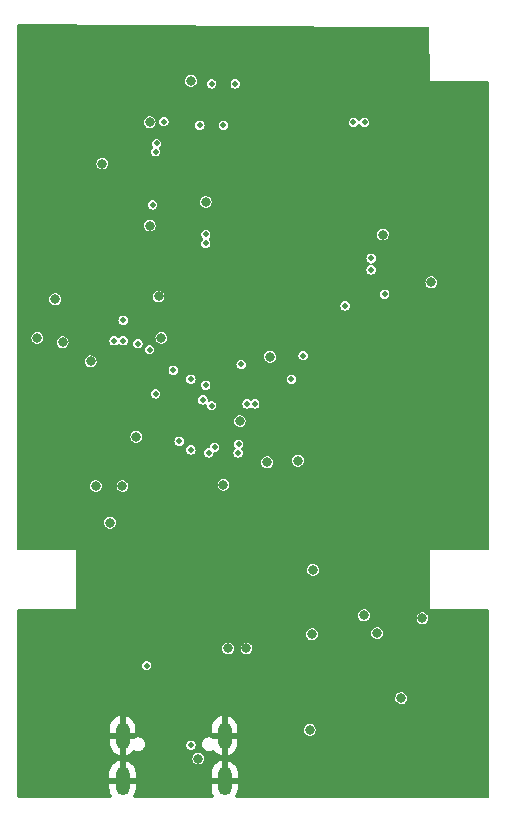
<source format=gbr>
%TF.GenerationSoftware,KiCad,Pcbnew,(6.0.7)*%
%TF.CreationDate,2023-01-15T17:43:20+08:00*%
%TF.ProjectId,Rp2040 wearable dev boards w wireless,52703230-3430-4207-9765-617261626c65,rev?*%
%TF.SameCoordinates,Original*%
%TF.FileFunction,Copper,L2,Inr*%
%TF.FilePolarity,Positive*%
%FSLAX46Y46*%
G04 Gerber Fmt 4.6, Leading zero omitted, Abs format (unit mm)*
G04 Created by KiCad (PCBNEW (6.0.7)) date 2023-01-15 17:43:20*
%MOMM*%
%LPD*%
G01*
G04 APERTURE LIST*
%TA.AperFunction,ComponentPad*%
%ADD10O,1.158000X2.316000*%
%TD*%
%TA.AperFunction,ComponentPad*%
%ADD11O,1.200000X2.400000*%
%TD*%
%TA.AperFunction,ViaPad*%
%ADD12C,0.800000*%
%TD*%
%TA.AperFunction,ViaPad*%
%ADD13C,0.500000*%
%TD*%
G04 APERTURE END LIST*
D10*
%TO.N,GND*%
%TO.C,J2*%
X44956000Y-94675000D03*
X53596000Y-94675000D03*
D11*
X44956000Y-98500000D03*
X53596000Y-98500000D03*
%TD*%
D12*
%TO.N,/Antenna*%
X43250000Y-46250000D03*
%TO.N,GND*%
X36710000Y-49050000D03*
X61000000Y-88600000D03*
X61750000Y-58150000D03*
X38500000Y-62750000D03*
X51250000Y-45250000D03*
X48250000Y-51500000D03*
X40991091Y-52993372D03*
X43718767Y-62531233D03*
X47500000Y-54250000D03*
X54800000Y-75550000D03*
X45750000Y-83000000D03*
X52750000Y-86000000D03*
X38500000Y-43500000D03*
X74000000Y-46500000D03*
X40250000Y-43500000D03*
X66762750Y-67312750D03*
X38440000Y-49030000D03*
X48500000Y-44000000D03*
X45000000Y-56000000D03*
X56300000Y-70150000D03*
X73600000Y-89250000D03*
X39000000Y-67000000D03*
X65355000Y-76845000D03*
X50500000Y-49750000D03*
X51600000Y-53950000D03*
X49750000Y-52750000D03*
X48700000Y-71700000D03*
X56750000Y-61600000D03*
X69300000Y-88200000D03*
X58500000Y-70150000D03*
X65250000Y-96000000D03*
X54150000Y-53950000D03*
X59850000Y-83400000D03*
X56300000Y-67950000D03*
X62950000Y-72900000D03*
X45250000Y-41000000D03*
X36750000Y-43500000D03*
X55000000Y-91850000D03*
X44000000Y-54750000D03*
X41250000Y-62500000D03*
X41000000Y-67000000D03*
X55500000Y-47000000D03*
X58500000Y-67950000D03*
X45250000Y-51000000D03*
X51600000Y-58150000D03*
X56500000Y-62600000D03*
X56900000Y-54000000D03*
X51650000Y-61550000D03*
X60000000Y-52250000D03*
X57400000Y-69000000D03*
X51000000Y-83150000D03*
X53750000Y-49250000D03*
X59250000Y-53950000D03*
X39000000Y-56000000D03*
X40250000Y-49000000D03*
X61350000Y-53950000D03*
X61400000Y-61550000D03*
X49400000Y-68050000D03*
X57725000Y-51975000D03*
X53500000Y-75550000D03*
D13*
X49000000Y-86500000D03*
D12*
X43000000Y-64750000D03*
X71100000Y-55300000D03*
X57250000Y-75000000D03*
%TO.N,/Vmain*%
X54875500Y-68050000D03*
X57457337Y-62602950D03*
X52000000Y-49500000D03*
X61095000Y-80655000D03*
X44950000Y-73550000D03*
X47250000Y-42750000D03*
X48250500Y-61000000D03*
X53500000Y-73450000D03*
X59810000Y-71400000D03*
X47250000Y-51500000D03*
X42700000Y-73550000D03*
X66990000Y-52260000D03*
X42250000Y-63000000D03*
X71100000Y-56300000D03*
X39875000Y-61375000D03*
X48000000Y-57500000D03*
X57200000Y-71550000D03*
X46125000Y-69375000D03*
%TO.N,/VBUS*%
X70350000Y-84750000D03*
X51375000Y-96625000D03*
X55450000Y-87300000D03*
X68550000Y-91500000D03*
X53900000Y-87300000D03*
X61000000Y-86100000D03*
%TO.N,/VO*%
X60800000Y-94200000D03*
X66500000Y-86000000D03*
%TO.N,/VDD_PA*%
X39250000Y-57750000D03*
X37750000Y-61000000D03*
D13*
%TO.N,/CSN*%
X45000000Y-61250000D03*
X46250000Y-61500000D03*
%TO.N,/SCK*%
X45000000Y-59500000D03*
X47750000Y-65750000D03*
%TO.N,/GPIO 16*%
X52000000Y-53000000D03*
X65450000Y-42750000D03*
%TO.N,/GPIO 17*%
X64500000Y-42750000D03*
X52000000Y-52250000D03*
%TO.N,/IMU SDA {slash} GPIO 18*%
X51750000Y-66250000D03*
X47750000Y-45250000D03*
X49250000Y-63750000D03*
%TO.N,/IMU SCL {slash} GPIO 19*%
X47841329Y-44537011D03*
X52500000Y-66750000D03*
X50750000Y-64500000D03*
%TO.N,/External ADC SDA {slash} GPIO 20*%
X66000000Y-54250000D03*
X49750000Y-69750000D03*
%TO.N,/External ADC SCL {slash} GPIO 21*%
X66000000Y-55250000D03*
X50750000Y-70500000D03*
%TO.N,/ADC 1*%
X54778479Y-70005921D03*
X54500000Y-39500000D03*
%TO.N,/ADC 2*%
X52750000Y-70250000D03*
X53500000Y-43000000D03*
%TO.N,/ADC 3*%
X52500000Y-39500000D03*
X54750000Y-70750000D03*
%TO.N,/ADC 4*%
X51500000Y-43000000D03*
X52250000Y-70750000D03*
%TO.N,/CE*%
X47250000Y-62000000D03*
X44250000Y-61250000D03*
X59250000Y-64500000D03*
X52000000Y-65000000D03*
%TO.N,/SWCLK*%
X56150000Y-66600000D03*
X63800000Y-58300000D03*
%TO.N,/SWD*%
X67150000Y-57300000D03*
X55500000Y-66600000D03*
%TO.N,/AUX_CL*%
X48450000Y-42700000D03*
X47500000Y-49750000D03*
%TO.N,/RUN*%
X55000000Y-63250000D03*
X60250000Y-62500000D03*
D12*
X50750000Y-39250000D03*
D13*
%TO.N,/CC2*%
X47000000Y-88750000D03*
X50750000Y-95500000D03*
D12*
%TO.N,/R18-Power_on*%
X65400000Y-84500000D03*
X43900000Y-76650000D03*
%TD*%
%TA.AperFunction,Conductor*%
%TO.N,GND*%
G36*
X66262521Y-34667937D02*
G01*
X70807498Y-34700401D01*
X70875474Y-34720889D01*
X70921583Y-34774876D01*
X70932583Y-34824479D01*
X70998076Y-39123669D01*
X71000000Y-39250000D01*
X71005167Y-39250000D01*
X71006117Y-39252491D01*
X71007052Y-39255507D01*
X71008652Y-39271829D01*
X71008652Y-39289801D01*
X71008570Y-39290000D01*
X71008652Y-39290198D01*
X71008887Y-39290765D01*
X71009652Y-39291082D01*
X71009850Y-39291000D01*
X75862717Y-39291000D01*
X75930838Y-39311002D01*
X75977331Y-39364658D01*
X75988717Y-39416934D01*
X75999944Y-61676045D01*
X76000000Y-61787478D01*
X76000000Y-78813000D01*
X75979998Y-78881121D01*
X75926342Y-78927614D01*
X75874000Y-78939000D01*
X71009850Y-78939000D01*
X71009652Y-78938918D01*
X71009454Y-78939000D01*
X71008887Y-78939235D01*
X71008570Y-78940000D01*
X71008652Y-78940197D01*
X71008652Y-78962318D01*
X71008348Y-78963052D01*
X71005773Y-78987008D01*
X71002947Y-79000000D01*
X71000000Y-79000000D01*
X71000000Y-84000000D01*
X75874000Y-84000000D01*
X75942121Y-84020002D01*
X75988614Y-84073658D01*
X76000000Y-84126000D01*
X76000000Y-99813000D01*
X75979998Y-99881121D01*
X75926342Y-99927614D01*
X75874000Y-99939000D01*
X54604516Y-99939000D01*
X54536395Y-99918998D01*
X54489902Y-99865342D01*
X54479798Y-99795068D01*
X54498664Y-99744652D01*
X54580921Y-99617259D01*
X54586417Y-99606655D01*
X54660961Y-99421688D01*
X54664355Y-99410230D01*
X54702857Y-99213072D01*
X54703934Y-99204209D01*
X54704000Y-99201500D01*
X54704000Y-98772115D01*
X54699525Y-98756876D01*
X54698135Y-98755671D01*
X54690452Y-98754000D01*
X52506115Y-98754000D01*
X52490876Y-98758475D01*
X52489671Y-98759865D01*
X52488000Y-98767548D01*
X52488000Y-99149832D01*
X52488285Y-99155808D01*
X52502471Y-99304494D01*
X52504730Y-99316228D01*
X52560872Y-99507599D01*
X52565302Y-99518675D01*
X52656619Y-99695978D01*
X52663069Y-99706024D01*
X52685961Y-99735167D01*
X52712311Y-99801092D01*
X52698836Y-99870798D01*
X52649815Y-99922154D01*
X52586875Y-99939000D01*
X45964516Y-99939000D01*
X45896395Y-99918998D01*
X45849902Y-99865342D01*
X45839798Y-99795068D01*
X45858664Y-99744652D01*
X45940921Y-99617259D01*
X45946417Y-99606655D01*
X46020961Y-99421688D01*
X46024355Y-99410230D01*
X46062857Y-99213072D01*
X46063934Y-99204209D01*
X46064000Y-99201500D01*
X46064000Y-98772115D01*
X46059525Y-98756876D01*
X46058135Y-98755671D01*
X46050452Y-98754000D01*
X43866115Y-98754000D01*
X43850876Y-98758475D01*
X43849671Y-98759865D01*
X43848000Y-98767548D01*
X43848000Y-99149832D01*
X43848285Y-99155808D01*
X43862471Y-99304494D01*
X43864730Y-99316228D01*
X43920872Y-99507599D01*
X43925302Y-99518675D01*
X44016619Y-99695978D01*
X44023069Y-99706024D01*
X44045961Y-99735167D01*
X44072311Y-99801092D01*
X44058836Y-99870798D01*
X44009815Y-99922154D01*
X43946875Y-99939000D01*
X36136652Y-99939000D01*
X36068531Y-99918998D01*
X36022038Y-99865342D01*
X36010652Y-99813000D01*
X36010652Y-98227885D01*
X43848000Y-98227885D01*
X43852475Y-98243124D01*
X43853865Y-98244329D01*
X43861548Y-98246000D01*
X44683885Y-98246000D01*
X44699124Y-98241525D01*
X44700329Y-98240135D01*
X44702000Y-98232452D01*
X44702000Y-98227885D01*
X45210000Y-98227885D01*
X45214475Y-98243124D01*
X45215865Y-98244329D01*
X45223548Y-98246000D01*
X46045885Y-98246000D01*
X46061124Y-98241525D01*
X46062329Y-98240135D01*
X46064000Y-98232452D01*
X46064000Y-98227885D01*
X52488000Y-98227885D01*
X52492475Y-98243124D01*
X52493865Y-98244329D01*
X52501548Y-98246000D01*
X53323885Y-98246000D01*
X53339124Y-98241525D01*
X53340329Y-98240135D01*
X53342000Y-98232452D01*
X53342000Y-98227885D01*
X53850000Y-98227885D01*
X53854475Y-98243124D01*
X53855865Y-98244329D01*
X53863548Y-98246000D01*
X54685885Y-98246000D01*
X54701124Y-98241525D01*
X54702329Y-98240135D01*
X54704000Y-98232452D01*
X54704000Y-97850168D01*
X54703715Y-97844192D01*
X54689529Y-97695506D01*
X54687270Y-97683772D01*
X54631128Y-97492401D01*
X54626698Y-97481325D01*
X54535381Y-97304022D01*
X54528931Y-97293976D01*
X54405738Y-97137143D01*
X54397501Y-97128494D01*
X54246877Y-96997788D01*
X54237153Y-96990853D01*
X54064533Y-96890990D01*
X54053669Y-96886016D01*
X53865273Y-96820593D01*
X53864284Y-96820352D01*
X53853992Y-96821820D01*
X53850000Y-96835385D01*
X53850000Y-98227885D01*
X53342000Y-98227885D01*
X53342000Y-96839598D01*
X53338027Y-96826067D01*
X53328601Y-96824712D01*
X53239463Y-96846194D01*
X53228168Y-96850083D01*
X53046618Y-96932629D01*
X53036276Y-96938576D01*
X52873603Y-97053968D01*
X52864575Y-97061761D01*
X52726658Y-97205831D01*
X52719262Y-97215196D01*
X52611079Y-97382741D01*
X52605583Y-97393345D01*
X52531039Y-97578312D01*
X52527645Y-97589770D01*
X52489143Y-97786928D01*
X52488066Y-97795791D01*
X52488000Y-97798500D01*
X52488000Y-98227885D01*
X46064000Y-98227885D01*
X46064000Y-97850168D01*
X46063715Y-97844192D01*
X46049529Y-97695506D01*
X46047270Y-97683772D01*
X45991128Y-97492401D01*
X45986698Y-97481325D01*
X45895381Y-97304022D01*
X45888931Y-97293976D01*
X45765738Y-97137143D01*
X45757501Y-97128494D01*
X45606877Y-96997788D01*
X45597153Y-96990853D01*
X45424533Y-96890990D01*
X45413669Y-96886016D01*
X45225273Y-96820593D01*
X45224284Y-96820352D01*
X45213992Y-96821820D01*
X45210000Y-96835385D01*
X45210000Y-98227885D01*
X44702000Y-98227885D01*
X44702000Y-96839598D01*
X44698027Y-96826067D01*
X44688601Y-96824712D01*
X44599463Y-96846194D01*
X44588168Y-96850083D01*
X44406618Y-96932629D01*
X44396276Y-96938576D01*
X44233603Y-97053968D01*
X44224575Y-97061761D01*
X44086658Y-97205831D01*
X44079262Y-97215196D01*
X43971079Y-97382741D01*
X43965583Y-97393345D01*
X43891039Y-97578312D01*
X43887645Y-97589770D01*
X43849143Y-97786928D01*
X43848066Y-97795791D01*
X43848000Y-97798500D01*
X43848000Y-98227885D01*
X36010652Y-98227885D01*
X36010652Y-96618823D01*
X50869391Y-96618823D01*
X50870555Y-96627725D01*
X50870555Y-96627728D01*
X50871814Y-96637354D01*
X50887980Y-96760979D01*
X50891597Y-96769199D01*
X50925476Y-96846194D01*
X50945720Y-96892203D01*
X50951497Y-96899076D01*
X50951498Y-96899077D01*
X50958792Y-96907754D01*
X51037970Y-97001948D01*
X51157313Y-97081390D01*
X51294157Y-97124142D01*
X51303129Y-97124306D01*
X51303132Y-97124307D01*
X51368463Y-97125504D01*
X51437499Y-97126770D01*
X51446533Y-97124307D01*
X51567158Y-97091421D01*
X51567160Y-97091420D01*
X51575817Y-97089060D01*
X51697991Y-97014045D01*
X51794200Y-96907754D01*
X51856710Y-96778733D01*
X51880496Y-96637354D01*
X51880647Y-96625000D01*
X51860323Y-96483082D01*
X51800984Y-96352572D01*
X51749481Y-96292800D01*
X51713260Y-96250763D01*
X51713257Y-96250760D01*
X51707400Y-96243963D01*
X51587095Y-96165985D01*
X51449739Y-96124907D01*
X51440763Y-96124852D01*
X51440762Y-96124852D01*
X51380555Y-96124484D01*
X51306376Y-96124031D01*
X51168529Y-96163428D01*
X51047280Y-96239930D01*
X50952377Y-96347388D01*
X50891447Y-96477163D01*
X50869391Y-96618823D01*
X36010652Y-96618823D01*
X36010652Y-95302827D01*
X43869000Y-95302827D01*
X43869285Y-95308804D01*
X43883186Y-95454505D01*
X43885445Y-95466239D01*
X43940459Y-95653765D01*
X43944889Y-95664840D01*
X44034371Y-95838581D01*
X44040821Y-95848627D01*
X44161539Y-96002309D01*
X44169776Y-96010958D01*
X44317374Y-96139037D01*
X44327098Y-96145973D01*
X44496249Y-96243829D01*
X44507113Y-96248803D01*
X44689569Y-96312163D01*
X44698007Y-96310960D01*
X44702000Y-96297392D01*
X44702000Y-96292800D01*
X45210000Y-96292800D01*
X45213973Y-96306331D01*
X45223399Y-96307686D01*
X45305669Y-96287859D01*
X45316964Y-96283970D01*
X45494866Y-96203083D01*
X45505208Y-96197136D01*
X45664613Y-96084062D01*
X45673641Y-96076269D01*
X45808784Y-95935097D01*
X45819900Y-95921021D01*
X45821674Y-95922422D01*
X45867853Y-95882578D01*
X45938148Y-95872623D01*
X45982951Y-95888182D01*
X45984258Y-95888937D01*
X45990810Y-95893964D01*
X46047269Y-95917350D01*
X46120745Y-95947785D01*
X46120748Y-95947786D01*
X46128375Y-95950945D01*
X46238932Y-95965500D01*
X46313068Y-95965500D01*
X46423625Y-95950945D01*
X46431252Y-95947786D01*
X46431255Y-95947785D01*
X46504731Y-95917350D01*
X46561190Y-95893964D01*
X46679320Y-95803320D01*
X46769964Y-95685190D01*
X46826945Y-95547625D01*
X46833215Y-95500000D01*
X50349570Y-95500000D01*
X50369168Y-95623740D01*
X50373669Y-95632573D01*
X50373669Y-95632574D01*
X50390110Y-95664840D01*
X50426045Y-95735367D01*
X50514633Y-95823955D01*
X50626260Y-95880832D01*
X50750000Y-95900430D01*
X50873740Y-95880832D01*
X50985367Y-95823955D01*
X51073955Y-95735367D01*
X51109890Y-95664840D01*
X51126331Y-95632574D01*
X51126331Y-95632573D01*
X51130832Y-95623740D01*
X51150430Y-95500000D01*
X51134592Y-95400000D01*
X51705620Y-95400000D01*
X51725055Y-95547625D01*
X51782036Y-95685190D01*
X51872680Y-95803320D01*
X51990810Y-95893964D01*
X52047269Y-95917350D01*
X52120745Y-95947785D01*
X52120748Y-95947786D01*
X52128375Y-95950945D01*
X52238932Y-95965500D01*
X52313068Y-95965500D01*
X52423625Y-95950945D01*
X52431252Y-95947786D01*
X52431255Y-95947785D01*
X52504731Y-95917350D01*
X52561190Y-95893964D01*
X52567744Y-95888935D01*
X52572715Y-95886065D01*
X52641711Y-95869326D01*
X52708803Y-95892545D01*
X52734803Y-95917350D01*
X52801539Y-96002308D01*
X52809776Y-96010958D01*
X52957374Y-96139037D01*
X52967098Y-96145973D01*
X53136249Y-96243829D01*
X53147113Y-96248803D01*
X53329569Y-96312163D01*
X53338007Y-96310960D01*
X53342000Y-96297392D01*
X53342000Y-96292800D01*
X53850000Y-96292800D01*
X53853973Y-96306331D01*
X53863399Y-96307686D01*
X53945669Y-96287859D01*
X53956964Y-96283970D01*
X54134866Y-96203083D01*
X54145208Y-96197136D01*
X54304613Y-96084062D01*
X54313641Y-96076269D01*
X54448787Y-95935094D01*
X54456183Y-95925729D01*
X54562192Y-95761550D01*
X54567688Y-95750946D01*
X54640733Y-95569698D01*
X54644127Y-95558239D01*
X54681862Y-95365013D01*
X54682936Y-95356176D01*
X54683000Y-95353543D01*
X54683000Y-94947115D01*
X54678525Y-94931876D01*
X54677135Y-94930671D01*
X54669452Y-94929000D01*
X53868115Y-94929000D01*
X53852876Y-94933475D01*
X53851671Y-94934865D01*
X53850000Y-94942548D01*
X53850000Y-96292800D01*
X53342000Y-96292800D01*
X53342000Y-94947115D01*
X53337525Y-94931876D01*
X53336135Y-94930671D01*
X53328452Y-94929000D01*
X52632570Y-94929000D01*
X52569569Y-94912118D01*
X52567740Y-94911062D01*
X52561190Y-94906036D01*
X52553565Y-94902878D01*
X52553564Y-94902877D01*
X52431255Y-94852215D01*
X52431252Y-94852214D01*
X52423625Y-94849055D01*
X52313068Y-94834500D01*
X52238932Y-94834500D01*
X52128375Y-94849055D01*
X52120748Y-94852214D01*
X52120745Y-94852215D01*
X52059592Y-94877546D01*
X51990810Y-94906036D01*
X51872680Y-94996680D01*
X51782036Y-95114810D01*
X51725055Y-95252375D01*
X51705620Y-95400000D01*
X51134592Y-95400000D01*
X51130832Y-95376260D01*
X51125102Y-95365013D01*
X51078455Y-95273465D01*
X51073955Y-95264633D01*
X50985367Y-95176045D01*
X50873740Y-95119168D01*
X50750000Y-95099570D01*
X50626260Y-95119168D01*
X50514633Y-95176045D01*
X50426045Y-95264633D01*
X50421545Y-95273465D01*
X50374899Y-95365013D01*
X50369168Y-95376260D01*
X50349570Y-95500000D01*
X46833215Y-95500000D01*
X46846380Y-95400000D01*
X46826945Y-95252375D01*
X46769964Y-95114810D01*
X46679320Y-94996680D01*
X46561190Y-94906036D01*
X46492408Y-94877546D01*
X46431255Y-94852215D01*
X46431252Y-94852214D01*
X46423625Y-94849055D01*
X46313068Y-94834500D01*
X46238932Y-94834500D01*
X46128375Y-94849055D01*
X46120748Y-94852214D01*
X46120745Y-94852215D01*
X45998436Y-94902877D01*
X45998435Y-94902878D01*
X45990810Y-94906036D01*
X45984260Y-94911062D01*
X45982431Y-94912118D01*
X45919430Y-94929000D01*
X45228115Y-94929000D01*
X45212876Y-94933475D01*
X45211671Y-94934865D01*
X45210000Y-94942548D01*
X45210000Y-96292800D01*
X44702000Y-96292800D01*
X44702000Y-94947115D01*
X44697525Y-94931876D01*
X44696135Y-94930671D01*
X44688452Y-94929000D01*
X43887115Y-94929000D01*
X43871876Y-94933475D01*
X43870671Y-94934865D01*
X43869000Y-94942548D01*
X43869000Y-95302827D01*
X36010652Y-95302827D01*
X36010652Y-94402885D01*
X43869000Y-94402885D01*
X43873475Y-94418124D01*
X43874865Y-94419329D01*
X43882548Y-94421000D01*
X44683885Y-94421000D01*
X44699124Y-94416525D01*
X44700329Y-94415135D01*
X44702000Y-94407452D01*
X44702000Y-94402885D01*
X45210000Y-94402885D01*
X45214475Y-94418124D01*
X45215865Y-94419329D01*
X45223548Y-94421000D01*
X46024885Y-94421000D01*
X46040124Y-94416525D01*
X46041329Y-94415135D01*
X46043000Y-94407452D01*
X46043000Y-94402885D01*
X52509000Y-94402885D01*
X52513475Y-94418124D01*
X52514865Y-94419329D01*
X52522548Y-94421000D01*
X53323885Y-94421000D01*
X53339124Y-94416525D01*
X53340329Y-94415135D01*
X53342000Y-94407452D01*
X53342000Y-94402885D01*
X53850000Y-94402885D01*
X53854475Y-94418124D01*
X53855865Y-94419329D01*
X53863548Y-94421000D01*
X54664885Y-94421000D01*
X54680124Y-94416525D01*
X54681329Y-94415135D01*
X54683000Y-94407452D01*
X54683000Y-94193823D01*
X60294391Y-94193823D01*
X60295555Y-94202725D01*
X60295555Y-94202728D01*
X60296814Y-94212354D01*
X60312980Y-94335979D01*
X60316597Y-94344199D01*
X60347810Y-94415135D01*
X60370720Y-94467203D01*
X60376497Y-94474076D01*
X60376498Y-94474077D01*
X60383792Y-94482754D01*
X60462970Y-94576948D01*
X60582313Y-94656390D01*
X60719157Y-94699142D01*
X60728129Y-94699306D01*
X60728132Y-94699307D01*
X60793463Y-94700504D01*
X60862499Y-94701770D01*
X60871533Y-94699307D01*
X60992158Y-94666421D01*
X60992160Y-94666420D01*
X61000817Y-94664060D01*
X61122991Y-94589045D01*
X61219200Y-94482754D01*
X61281710Y-94353733D01*
X61305496Y-94212354D01*
X61305647Y-94200000D01*
X61285323Y-94058082D01*
X61277646Y-94041196D01*
X61229700Y-93935746D01*
X61225984Y-93927572D01*
X61188234Y-93883761D01*
X61138260Y-93825763D01*
X61138257Y-93825760D01*
X61132400Y-93818963D01*
X61012095Y-93740985D01*
X60874739Y-93699907D01*
X60865763Y-93699852D01*
X60865762Y-93699852D01*
X60805555Y-93699484D01*
X60731376Y-93699031D01*
X60593529Y-93738428D01*
X60472280Y-93814930D01*
X60377377Y-93922388D01*
X60316447Y-94052163D01*
X60294391Y-94193823D01*
X54683000Y-94193823D01*
X54683000Y-94047173D01*
X54682715Y-94041196D01*
X54668814Y-93895495D01*
X54666555Y-93883761D01*
X54611541Y-93696235D01*
X54607111Y-93685160D01*
X54517629Y-93511419D01*
X54511179Y-93501373D01*
X54390461Y-93347691D01*
X54382224Y-93339042D01*
X54234626Y-93210963D01*
X54224902Y-93204027D01*
X54055751Y-93106171D01*
X54044887Y-93101197D01*
X53862431Y-93037837D01*
X53853993Y-93039040D01*
X53850000Y-93052608D01*
X53850000Y-94402885D01*
X53342000Y-94402885D01*
X53342000Y-93057200D01*
X53338027Y-93043669D01*
X53328601Y-93042314D01*
X53246331Y-93062141D01*
X53235036Y-93066030D01*
X53057134Y-93146917D01*
X53046792Y-93152864D01*
X52887387Y-93265938D01*
X52878359Y-93273731D01*
X52743213Y-93414906D01*
X52735817Y-93424271D01*
X52629808Y-93588450D01*
X52624312Y-93599054D01*
X52551267Y-93780302D01*
X52547873Y-93791761D01*
X52510138Y-93984987D01*
X52509064Y-93993824D01*
X52509000Y-93996457D01*
X52509000Y-94402885D01*
X46043000Y-94402885D01*
X46043000Y-94047173D01*
X46042715Y-94041196D01*
X46028814Y-93895495D01*
X46026555Y-93883761D01*
X45971541Y-93696235D01*
X45967111Y-93685160D01*
X45877629Y-93511419D01*
X45871179Y-93501373D01*
X45750461Y-93347691D01*
X45742224Y-93339042D01*
X45594626Y-93210963D01*
X45584902Y-93204027D01*
X45415751Y-93106171D01*
X45404887Y-93101197D01*
X45222431Y-93037837D01*
X45213993Y-93039040D01*
X45210000Y-93052608D01*
X45210000Y-94402885D01*
X44702000Y-94402885D01*
X44702000Y-93057200D01*
X44698027Y-93043669D01*
X44688601Y-93042314D01*
X44606331Y-93062141D01*
X44595036Y-93066030D01*
X44417134Y-93146917D01*
X44406792Y-93152864D01*
X44247387Y-93265938D01*
X44238359Y-93273731D01*
X44103213Y-93414906D01*
X44095817Y-93424271D01*
X43989808Y-93588450D01*
X43984312Y-93599054D01*
X43911267Y-93780302D01*
X43907873Y-93791761D01*
X43870138Y-93984987D01*
X43869064Y-93993824D01*
X43869000Y-93996457D01*
X43869000Y-94402885D01*
X36010652Y-94402885D01*
X36010652Y-91493823D01*
X68044391Y-91493823D01*
X68045555Y-91502725D01*
X68045555Y-91502728D01*
X68046814Y-91512354D01*
X68062980Y-91635979D01*
X68120720Y-91767203D01*
X68126497Y-91774076D01*
X68126498Y-91774077D01*
X68133792Y-91782754D01*
X68212970Y-91876948D01*
X68332313Y-91956390D01*
X68469157Y-91999142D01*
X68478129Y-91999306D01*
X68478132Y-91999307D01*
X68543463Y-92000504D01*
X68612499Y-92001770D01*
X68621533Y-91999307D01*
X68742158Y-91966421D01*
X68742160Y-91966420D01*
X68750817Y-91964060D01*
X68872991Y-91889045D01*
X68969200Y-91782754D01*
X69031710Y-91653733D01*
X69055496Y-91512354D01*
X69055647Y-91500000D01*
X69035323Y-91358082D01*
X68975984Y-91227572D01*
X68957598Y-91206234D01*
X68888260Y-91125763D01*
X68888257Y-91125760D01*
X68882400Y-91118963D01*
X68762095Y-91040985D01*
X68624739Y-90999907D01*
X68615763Y-90999852D01*
X68615762Y-90999852D01*
X68555555Y-90999484D01*
X68481376Y-90999031D01*
X68343529Y-91038428D01*
X68222280Y-91114930D01*
X68127377Y-91222388D01*
X68066447Y-91352163D01*
X68044391Y-91493823D01*
X36010652Y-91493823D01*
X36010652Y-88750000D01*
X46599570Y-88750000D01*
X46619168Y-88873740D01*
X46676045Y-88985367D01*
X46764633Y-89073955D01*
X46876260Y-89130832D01*
X47000000Y-89150430D01*
X47123740Y-89130832D01*
X47235367Y-89073955D01*
X47323955Y-88985367D01*
X47380832Y-88873740D01*
X47400430Y-88750000D01*
X47380832Y-88626260D01*
X47323955Y-88514633D01*
X47235367Y-88426045D01*
X47123740Y-88369168D01*
X47000000Y-88349570D01*
X46876260Y-88369168D01*
X46764633Y-88426045D01*
X46676045Y-88514633D01*
X46619168Y-88626260D01*
X46599570Y-88750000D01*
X36010652Y-88750000D01*
X36010652Y-87293823D01*
X53394391Y-87293823D01*
X53395555Y-87302725D01*
X53395555Y-87302728D01*
X53396814Y-87312354D01*
X53412980Y-87435979D01*
X53470720Y-87567203D01*
X53476497Y-87574076D01*
X53476498Y-87574077D01*
X53483792Y-87582754D01*
X53562970Y-87676948D01*
X53682313Y-87756390D01*
X53819157Y-87799142D01*
X53828129Y-87799306D01*
X53828132Y-87799307D01*
X53893463Y-87800504D01*
X53962499Y-87801770D01*
X53971533Y-87799307D01*
X54092158Y-87766421D01*
X54092160Y-87766420D01*
X54100817Y-87764060D01*
X54222991Y-87689045D01*
X54319200Y-87582754D01*
X54381710Y-87453733D01*
X54405496Y-87312354D01*
X54405647Y-87300000D01*
X54404762Y-87293823D01*
X54944391Y-87293823D01*
X54945555Y-87302725D01*
X54945555Y-87302728D01*
X54946814Y-87312354D01*
X54962980Y-87435979D01*
X55020720Y-87567203D01*
X55026497Y-87574076D01*
X55026498Y-87574077D01*
X55033792Y-87582754D01*
X55112970Y-87676948D01*
X55232313Y-87756390D01*
X55369157Y-87799142D01*
X55378129Y-87799306D01*
X55378132Y-87799307D01*
X55443463Y-87800504D01*
X55512499Y-87801770D01*
X55521533Y-87799307D01*
X55642158Y-87766421D01*
X55642160Y-87766420D01*
X55650817Y-87764060D01*
X55772991Y-87689045D01*
X55869200Y-87582754D01*
X55931710Y-87453733D01*
X55955496Y-87312354D01*
X55955647Y-87300000D01*
X55935323Y-87158082D01*
X55875984Y-87027572D01*
X55857598Y-87006234D01*
X55788260Y-86925763D01*
X55788257Y-86925760D01*
X55782400Y-86918963D01*
X55662095Y-86840985D01*
X55524739Y-86799907D01*
X55515763Y-86799852D01*
X55515762Y-86799852D01*
X55455555Y-86799484D01*
X55381376Y-86799031D01*
X55243529Y-86838428D01*
X55122280Y-86914930D01*
X55027377Y-87022388D01*
X54966447Y-87152163D01*
X54944391Y-87293823D01*
X54404762Y-87293823D01*
X54385323Y-87158082D01*
X54325984Y-87027572D01*
X54307598Y-87006234D01*
X54238260Y-86925763D01*
X54238257Y-86925760D01*
X54232400Y-86918963D01*
X54112095Y-86840985D01*
X53974739Y-86799907D01*
X53965763Y-86799852D01*
X53965762Y-86799852D01*
X53905555Y-86799484D01*
X53831376Y-86799031D01*
X53693529Y-86838428D01*
X53572280Y-86914930D01*
X53477377Y-87022388D01*
X53416447Y-87152163D01*
X53394391Y-87293823D01*
X36010652Y-87293823D01*
X36010652Y-86093823D01*
X60494391Y-86093823D01*
X60495555Y-86102725D01*
X60495555Y-86102728D01*
X60502225Y-86153733D01*
X60512980Y-86235979D01*
X60570720Y-86367203D01*
X60576497Y-86374076D01*
X60576498Y-86374077D01*
X60654121Y-86466421D01*
X60662970Y-86476948D01*
X60782313Y-86556390D01*
X60919157Y-86599142D01*
X60928129Y-86599306D01*
X60928132Y-86599307D01*
X60993463Y-86600504D01*
X61062499Y-86601770D01*
X61071533Y-86599307D01*
X61192158Y-86566421D01*
X61192160Y-86566420D01*
X61200817Y-86564060D01*
X61322991Y-86489045D01*
X61357054Y-86451413D01*
X61413178Y-86389407D01*
X61419200Y-86382754D01*
X61464426Y-86289407D01*
X61477795Y-86261814D01*
X61477795Y-86261813D01*
X61481710Y-86253733D01*
X61505496Y-86112354D01*
X61505647Y-86100000D01*
X61491326Y-86000000D01*
X61490441Y-85993823D01*
X65994391Y-85993823D01*
X65995555Y-86002725D01*
X65995555Y-86002728D01*
X65996814Y-86012354D01*
X66012980Y-86135979D01*
X66070720Y-86267203D01*
X66076497Y-86274076D01*
X66076498Y-86274077D01*
X66083792Y-86282754D01*
X66162970Y-86376948D01*
X66282313Y-86456390D01*
X66419157Y-86499142D01*
X66428129Y-86499306D01*
X66428132Y-86499307D01*
X66493463Y-86500504D01*
X66562499Y-86501770D01*
X66571533Y-86499307D01*
X66692158Y-86466421D01*
X66692160Y-86466420D01*
X66700817Y-86464060D01*
X66822991Y-86389045D01*
X66919200Y-86282754D01*
X66981710Y-86153733D01*
X67005496Y-86012354D01*
X67005647Y-86000000D01*
X66985323Y-85858082D01*
X66975168Y-85835746D01*
X66929700Y-85735746D01*
X66925984Y-85727572D01*
X66853299Y-85643217D01*
X66838260Y-85625763D01*
X66838257Y-85625760D01*
X66832400Y-85618963D01*
X66712095Y-85540985D01*
X66574739Y-85499907D01*
X66565763Y-85499852D01*
X66565762Y-85499852D01*
X66505555Y-85499484D01*
X66431376Y-85499031D01*
X66293529Y-85538428D01*
X66172280Y-85614930D01*
X66166338Y-85621658D01*
X66166337Y-85621659D01*
X66151527Y-85638428D01*
X66077377Y-85722388D01*
X66016447Y-85852163D01*
X66015066Y-85861035D01*
X65999956Y-85958082D01*
X65994391Y-85993823D01*
X61490441Y-85993823D01*
X61486596Y-85966968D01*
X61486595Y-85966965D01*
X61485323Y-85958082D01*
X61425984Y-85827572D01*
X61407598Y-85806234D01*
X61338260Y-85725763D01*
X61338257Y-85725760D01*
X61332400Y-85718963D01*
X61212095Y-85640985D01*
X61074739Y-85599907D01*
X61065763Y-85599852D01*
X61065762Y-85599852D01*
X61005555Y-85599484D01*
X60931376Y-85599031D01*
X60793529Y-85638428D01*
X60672280Y-85714930D01*
X60577377Y-85822388D01*
X60516447Y-85952163D01*
X60494391Y-86093823D01*
X36010652Y-86093823D01*
X36010652Y-84493823D01*
X64894391Y-84493823D01*
X64895555Y-84502725D01*
X64895555Y-84502728D01*
X64896814Y-84512354D01*
X64912980Y-84635979D01*
X64916597Y-84644199D01*
X64965289Y-84754859D01*
X64970720Y-84767203D01*
X64976497Y-84774076D01*
X64976498Y-84774077D01*
X64983792Y-84782754D01*
X65062970Y-84876948D01*
X65182313Y-84956390D01*
X65319157Y-84999142D01*
X65328129Y-84999306D01*
X65328132Y-84999307D01*
X65393463Y-85000504D01*
X65462499Y-85001770D01*
X65471533Y-84999307D01*
X65592158Y-84966421D01*
X65592160Y-84966420D01*
X65600817Y-84964060D01*
X65722991Y-84889045D01*
X65819200Y-84782754D01*
X65838062Y-84743823D01*
X69844391Y-84743823D01*
X69845555Y-84752725D01*
X69845555Y-84752728D01*
X69849482Y-84782754D01*
X69862980Y-84885979D01*
X69866597Y-84894199D01*
X69912846Y-84999307D01*
X69920720Y-85017203D01*
X69926497Y-85024076D01*
X69926498Y-85024077D01*
X69933792Y-85032754D01*
X70012970Y-85126948D01*
X70132313Y-85206390D01*
X70269157Y-85249142D01*
X70278129Y-85249306D01*
X70278132Y-85249307D01*
X70343463Y-85250504D01*
X70412499Y-85251770D01*
X70421533Y-85249307D01*
X70542158Y-85216421D01*
X70542160Y-85216420D01*
X70550817Y-85214060D01*
X70672991Y-85139045D01*
X70769200Y-85032754D01*
X70831710Y-84903733D01*
X70855496Y-84762354D01*
X70855647Y-84750000D01*
X70840593Y-84644881D01*
X70836596Y-84616968D01*
X70836595Y-84616965D01*
X70835323Y-84608082D01*
X70775984Y-84477572D01*
X70757598Y-84456234D01*
X70688260Y-84375763D01*
X70688257Y-84375760D01*
X70682400Y-84368963D01*
X70562095Y-84290985D01*
X70424739Y-84249907D01*
X70415763Y-84249852D01*
X70415762Y-84249852D01*
X70355555Y-84249484D01*
X70281376Y-84249031D01*
X70143529Y-84288428D01*
X70022280Y-84364930D01*
X69927377Y-84472388D01*
X69866447Y-84602163D01*
X69844391Y-84743823D01*
X65838062Y-84743823D01*
X65881710Y-84653733D01*
X65905496Y-84512354D01*
X65905647Y-84500000D01*
X65887855Y-84375763D01*
X65886596Y-84366968D01*
X65886595Y-84366965D01*
X65885323Y-84358082D01*
X65825984Y-84227572D01*
X65807598Y-84206234D01*
X65738260Y-84125763D01*
X65738257Y-84125760D01*
X65732400Y-84118963D01*
X65612095Y-84040985D01*
X65474739Y-83999907D01*
X65465763Y-83999852D01*
X65465762Y-83999852D01*
X65405555Y-83999484D01*
X65331376Y-83999031D01*
X65193529Y-84038428D01*
X65072280Y-84114930D01*
X64977377Y-84222388D01*
X64916447Y-84352163D01*
X64894391Y-84493823D01*
X36010652Y-84493823D01*
X36010652Y-84126000D01*
X36030654Y-84057879D01*
X36084310Y-84011386D01*
X36136652Y-84000000D01*
X41000000Y-84000000D01*
X41000000Y-83986452D01*
X41002530Y-83974820D01*
X41001867Y-83974749D01*
X41005494Y-83941000D01*
X41009454Y-83941000D01*
X41009652Y-83941082D01*
X41010417Y-83940765D01*
X41010652Y-83940198D01*
X41010734Y-83940000D01*
X41010652Y-83939802D01*
X41010652Y-80648823D01*
X60589391Y-80648823D01*
X60590555Y-80657725D01*
X60590555Y-80657728D01*
X60591814Y-80667354D01*
X60607980Y-80790979D01*
X60665720Y-80922203D01*
X60671497Y-80929076D01*
X60671498Y-80929077D01*
X60678792Y-80937754D01*
X60757970Y-81031948D01*
X60877313Y-81111390D01*
X61014157Y-81154142D01*
X61023129Y-81154306D01*
X61023132Y-81154307D01*
X61088463Y-81155504D01*
X61157499Y-81156770D01*
X61166533Y-81154307D01*
X61287158Y-81121421D01*
X61287160Y-81121420D01*
X61295817Y-81119060D01*
X61417991Y-81044045D01*
X61514200Y-80937754D01*
X61576710Y-80808733D01*
X61600496Y-80667354D01*
X61600647Y-80655000D01*
X61580323Y-80513082D01*
X61520984Y-80382572D01*
X61502598Y-80361234D01*
X61433260Y-80280763D01*
X61433257Y-80280760D01*
X61427400Y-80273963D01*
X61307095Y-80195985D01*
X61169739Y-80154907D01*
X61160763Y-80154852D01*
X61160762Y-80154852D01*
X61100555Y-80154484D01*
X61026376Y-80154031D01*
X60888529Y-80193428D01*
X60767280Y-80269930D01*
X60672377Y-80377388D01*
X60611447Y-80507163D01*
X60589391Y-80648823D01*
X41010652Y-80648823D01*
X41010652Y-78940197D01*
X41010734Y-78940000D01*
X41010417Y-78939235D01*
X41009850Y-78939000D01*
X41009652Y-78938918D01*
X41009454Y-78939000D01*
X36126680Y-78939000D01*
X36058559Y-78918998D01*
X36012066Y-78865342D01*
X36000680Y-78812972D01*
X36001061Y-77114060D01*
X36001166Y-76643823D01*
X43394391Y-76643823D01*
X43395555Y-76652725D01*
X43395555Y-76652728D01*
X43396814Y-76662354D01*
X43412980Y-76785979D01*
X43470720Y-76917203D01*
X43476497Y-76924076D01*
X43476498Y-76924077D01*
X43483792Y-76932754D01*
X43562970Y-77026948D01*
X43682313Y-77106390D01*
X43819157Y-77149142D01*
X43828129Y-77149306D01*
X43828132Y-77149307D01*
X43893463Y-77150504D01*
X43962499Y-77151770D01*
X43971533Y-77149307D01*
X44092158Y-77116421D01*
X44092160Y-77116420D01*
X44100817Y-77114060D01*
X44222991Y-77039045D01*
X44319200Y-76932754D01*
X44381710Y-76803733D01*
X44405496Y-76662354D01*
X44405647Y-76650000D01*
X44385323Y-76508082D01*
X44325984Y-76377572D01*
X44307598Y-76356234D01*
X44238260Y-76275763D01*
X44238257Y-76275760D01*
X44232400Y-76268963D01*
X44112095Y-76190985D01*
X43974739Y-76149907D01*
X43965763Y-76149852D01*
X43965762Y-76149852D01*
X43905555Y-76149484D01*
X43831376Y-76149031D01*
X43693529Y-76188428D01*
X43572280Y-76264930D01*
X43477377Y-76372388D01*
X43416447Y-76502163D01*
X43394391Y-76643823D01*
X36001166Y-76643823D01*
X36001860Y-73543823D01*
X42194391Y-73543823D01*
X42195555Y-73552725D01*
X42195555Y-73552728D01*
X42202225Y-73603733D01*
X42212980Y-73685979D01*
X42270720Y-73817203D01*
X42276497Y-73824076D01*
X42276498Y-73824077D01*
X42354121Y-73916421D01*
X42362970Y-73926948D01*
X42482313Y-74006390D01*
X42619157Y-74049142D01*
X42628129Y-74049306D01*
X42628132Y-74049307D01*
X42693463Y-74050504D01*
X42762499Y-74051770D01*
X42771533Y-74049307D01*
X42892158Y-74016421D01*
X42892160Y-74016420D01*
X42900817Y-74014060D01*
X43022991Y-73939045D01*
X43057054Y-73901413D01*
X43113178Y-73839407D01*
X43119200Y-73832754D01*
X43164426Y-73739407D01*
X43177795Y-73711814D01*
X43177795Y-73711813D01*
X43181710Y-73703733D01*
X43205496Y-73562354D01*
X43205647Y-73550000D01*
X43204762Y-73543823D01*
X44444391Y-73543823D01*
X44445555Y-73552725D01*
X44445555Y-73552728D01*
X44452225Y-73603733D01*
X44462980Y-73685979D01*
X44520720Y-73817203D01*
X44526497Y-73824076D01*
X44526498Y-73824077D01*
X44604121Y-73916421D01*
X44612970Y-73926948D01*
X44732313Y-74006390D01*
X44869157Y-74049142D01*
X44878129Y-74049306D01*
X44878132Y-74049307D01*
X44943463Y-74050504D01*
X45012499Y-74051770D01*
X45021533Y-74049307D01*
X45142158Y-74016421D01*
X45142160Y-74016420D01*
X45150817Y-74014060D01*
X45272991Y-73939045D01*
X45307054Y-73901413D01*
X45363178Y-73839407D01*
X45369200Y-73832754D01*
X45414426Y-73739407D01*
X45427795Y-73711814D01*
X45427795Y-73711813D01*
X45431710Y-73703733D01*
X45455496Y-73562354D01*
X45455647Y-73550000D01*
X45441326Y-73450000D01*
X45440441Y-73443823D01*
X52994391Y-73443823D01*
X52995555Y-73452725D01*
X52995555Y-73452728D01*
X52996814Y-73462354D01*
X53012980Y-73585979D01*
X53070720Y-73717203D01*
X53076497Y-73724076D01*
X53076498Y-73724077D01*
X53083792Y-73732754D01*
X53162970Y-73826948D01*
X53282313Y-73906390D01*
X53419157Y-73949142D01*
X53428129Y-73949306D01*
X53428132Y-73949307D01*
X53493463Y-73950504D01*
X53562499Y-73951770D01*
X53571533Y-73949307D01*
X53692158Y-73916421D01*
X53692160Y-73916420D01*
X53700817Y-73914060D01*
X53822991Y-73839045D01*
X53919200Y-73732754D01*
X53981710Y-73603733D01*
X54005496Y-73462354D01*
X54005647Y-73450000D01*
X53985323Y-73308082D01*
X53975168Y-73285746D01*
X53929700Y-73185746D01*
X53925984Y-73177572D01*
X53853299Y-73093217D01*
X53838260Y-73075763D01*
X53838257Y-73075760D01*
X53832400Y-73068963D01*
X53712095Y-72990985D01*
X53574739Y-72949907D01*
X53565763Y-72949852D01*
X53565762Y-72949852D01*
X53505555Y-72949484D01*
X53431376Y-72949031D01*
X53293529Y-72988428D01*
X53172280Y-73064930D01*
X53166338Y-73071658D01*
X53166337Y-73071659D01*
X53151527Y-73088428D01*
X53077377Y-73172388D01*
X53016447Y-73302163D01*
X53015066Y-73311035D01*
X52999956Y-73408082D01*
X52994391Y-73443823D01*
X45440441Y-73443823D01*
X45436596Y-73416968D01*
X45436595Y-73416965D01*
X45435323Y-73408082D01*
X45375984Y-73277572D01*
X45357598Y-73256234D01*
X45288260Y-73175763D01*
X45288257Y-73175760D01*
X45282400Y-73168963D01*
X45162095Y-73090985D01*
X45024739Y-73049907D01*
X45015763Y-73049852D01*
X45015762Y-73049852D01*
X44955555Y-73049484D01*
X44881376Y-73049031D01*
X44743529Y-73088428D01*
X44622280Y-73164930D01*
X44527377Y-73272388D01*
X44466447Y-73402163D01*
X44444391Y-73543823D01*
X43204762Y-73543823D01*
X43191326Y-73450000D01*
X43186596Y-73416968D01*
X43186595Y-73416965D01*
X43185323Y-73408082D01*
X43125984Y-73277572D01*
X43107598Y-73256234D01*
X43038260Y-73175763D01*
X43038257Y-73175760D01*
X43032400Y-73168963D01*
X42912095Y-73090985D01*
X42774739Y-73049907D01*
X42765763Y-73049852D01*
X42765762Y-73049852D01*
X42705555Y-73049484D01*
X42631376Y-73049031D01*
X42493529Y-73088428D01*
X42372280Y-73164930D01*
X42277377Y-73272388D01*
X42216447Y-73402163D01*
X42194391Y-73543823D01*
X36001860Y-73543823D01*
X36002308Y-71543823D01*
X56694391Y-71543823D01*
X56695555Y-71552725D01*
X56695555Y-71552728D01*
X56696814Y-71562354D01*
X56712980Y-71685979D01*
X56770720Y-71817203D01*
X56776497Y-71824076D01*
X56776498Y-71824077D01*
X56839597Y-71899142D01*
X56862970Y-71926948D01*
X56982313Y-72006390D01*
X57119157Y-72049142D01*
X57128129Y-72049306D01*
X57128132Y-72049307D01*
X57193463Y-72050504D01*
X57262499Y-72051770D01*
X57271533Y-72049307D01*
X57392158Y-72016421D01*
X57392160Y-72016420D01*
X57400817Y-72014060D01*
X57522991Y-71939045D01*
X57619200Y-71832754D01*
X57681710Y-71703733D01*
X57705496Y-71562354D01*
X57705647Y-71550000D01*
X57697473Y-71492924D01*
X57686596Y-71416968D01*
X57686595Y-71416965D01*
X57685323Y-71408082D01*
X57678840Y-71393823D01*
X59304391Y-71393823D01*
X59305555Y-71402725D01*
X59305555Y-71402728D01*
X59307441Y-71417149D01*
X59322980Y-71535979D01*
X59380720Y-71667203D01*
X59386497Y-71674076D01*
X59386498Y-71674077D01*
X59418219Y-71711814D01*
X59472970Y-71776948D01*
X59592313Y-71856390D01*
X59729157Y-71899142D01*
X59738129Y-71899306D01*
X59738132Y-71899307D01*
X59803463Y-71900504D01*
X59872499Y-71901770D01*
X59881533Y-71899307D01*
X60002158Y-71866421D01*
X60002160Y-71866420D01*
X60010817Y-71864060D01*
X60132991Y-71789045D01*
X60229200Y-71682754D01*
X60291710Y-71553733D01*
X60315496Y-71412354D01*
X60315647Y-71400000D01*
X60299285Y-71285746D01*
X60296596Y-71266968D01*
X60296595Y-71266965D01*
X60295323Y-71258082D01*
X60235984Y-71127572D01*
X60206382Y-71093217D01*
X60148260Y-71025763D01*
X60148257Y-71025760D01*
X60142400Y-71018963D01*
X60022095Y-70940985D01*
X59884739Y-70899907D01*
X59875763Y-70899852D01*
X59875762Y-70899852D01*
X59815555Y-70899484D01*
X59741376Y-70899031D01*
X59603529Y-70938428D01*
X59482280Y-71014930D01*
X59387377Y-71122388D01*
X59326447Y-71252163D01*
X59304391Y-71393823D01*
X57678840Y-71393823D01*
X57625984Y-71277572D01*
X57597087Y-71244036D01*
X57538260Y-71175763D01*
X57538257Y-71175760D01*
X57532400Y-71168963D01*
X57412095Y-71090985D01*
X57274739Y-71049907D01*
X57265763Y-71049852D01*
X57265762Y-71049852D01*
X57205555Y-71049484D01*
X57131376Y-71049031D01*
X56993529Y-71088428D01*
X56872280Y-71164930D01*
X56777377Y-71272388D01*
X56716447Y-71402163D01*
X56714142Y-71416968D01*
X56696999Y-71527074D01*
X56694391Y-71543823D01*
X36002308Y-71543823D01*
X36002542Y-70500000D01*
X50349570Y-70500000D01*
X50369168Y-70623740D01*
X50426045Y-70735367D01*
X50514633Y-70823955D01*
X50626260Y-70880832D01*
X50750000Y-70900430D01*
X50873740Y-70880832D01*
X50985367Y-70823955D01*
X51059322Y-70750000D01*
X51849570Y-70750000D01*
X51869168Y-70873740D01*
X51926045Y-70985367D01*
X52014633Y-71073955D01*
X52126260Y-71130832D01*
X52250000Y-71150430D01*
X52373740Y-71130832D01*
X52485367Y-71073955D01*
X52573955Y-70985367D01*
X52630832Y-70873740D01*
X52649723Y-70754461D01*
X52651838Y-70750000D01*
X54349570Y-70750000D01*
X54369168Y-70873740D01*
X54426045Y-70985367D01*
X54514633Y-71073955D01*
X54626260Y-71130832D01*
X54750000Y-71150430D01*
X54873740Y-71130832D01*
X54985367Y-71073955D01*
X55073955Y-70985367D01*
X55130832Y-70873740D01*
X55150430Y-70750000D01*
X55130832Y-70626260D01*
X55073955Y-70514633D01*
X55040617Y-70481295D01*
X55006591Y-70418983D01*
X55011656Y-70348168D01*
X55040617Y-70303105D01*
X55102434Y-70241288D01*
X55159311Y-70129661D01*
X55178909Y-70005921D01*
X55159311Y-69882181D01*
X55153851Y-69871464D01*
X55106934Y-69779386D01*
X55102434Y-69770554D01*
X55013846Y-69681966D01*
X54960934Y-69655006D01*
X54911053Y-69629590D01*
X54911052Y-69629590D01*
X54902219Y-69625089D01*
X54778479Y-69605491D01*
X54654739Y-69625089D01*
X54645906Y-69629590D01*
X54645905Y-69629590D01*
X54596024Y-69655006D01*
X54543112Y-69681966D01*
X54454524Y-69770554D01*
X54450024Y-69779386D01*
X54403108Y-69871464D01*
X54397647Y-69882181D01*
X54378049Y-70005921D01*
X54397647Y-70129661D01*
X54454524Y-70241288D01*
X54487862Y-70274626D01*
X54521888Y-70336938D01*
X54516823Y-70407753D01*
X54487862Y-70452816D01*
X54426045Y-70514633D01*
X54369168Y-70626260D01*
X54349570Y-70750000D01*
X52651838Y-70750000D01*
X52680135Y-70690309D01*
X52740403Y-70652782D01*
X52754457Y-70649724D01*
X52840775Y-70636053D01*
X52863948Y-70632383D01*
X52863949Y-70632383D01*
X52873740Y-70630832D01*
X52985367Y-70573955D01*
X53073955Y-70485367D01*
X53106474Y-70421545D01*
X53126331Y-70382574D01*
X53126331Y-70382573D01*
X53130832Y-70373740D01*
X53150430Y-70250000D01*
X53130832Y-70126260D01*
X53073955Y-70014633D01*
X52985367Y-69926045D01*
X52900051Y-69882574D01*
X52882574Y-69873669D01*
X52882573Y-69873669D01*
X52873740Y-69869168D01*
X52750000Y-69849570D01*
X52626260Y-69869168D01*
X52617427Y-69873669D01*
X52617426Y-69873669D01*
X52599949Y-69882574D01*
X52514633Y-69926045D01*
X52426045Y-70014633D01*
X52369168Y-70126260D01*
X52367617Y-70136051D01*
X52367617Y-70136052D01*
X52350277Y-70245538D01*
X52319865Y-70309691D01*
X52259597Y-70347218D01*
X52245543Y-70350276D01*
X52170123Y-70362221D01*
X52136052Y-70367617D01*
X52136051Y-70367617D01*
X52126260Y-70369168D01*
X52014633Y-70426045D01*
X51926045Y-70514633D01*
X51869168Y-70626260D01*
X51849570Y-70750000D01*
X51059322Y-70750000D01*
X51073955Y-70735367D01*
X51130832Y-70623740D01*
X51150430Y-70500000D01*
X51147468Y-70481295D01*
X51132383Y-70386053D01*
X51130832Y-70376260D01*
X51073955Y-70264633D01*
X50985367Y-70176045D01*
X50873740Y-70119168D01*
X50750000Y-70099570D01*
X50626260Y-70119168D01*
X50514633Y-70176045D01*
X50426045Y-70264633D01*
X50369168Y-70376260D01*
X50367617Y-70386053D01*
X50352533Y-70481295D01*
X50349570Y-70500000D01*
X36002542Y-70500000D01*
X36002795Y-69368823D01*
X45619391Y-69368823D01*
X45620555Y-69377725D01*
X45620555Y-69377728D01*
X45621814Y-69387354D01*
X45637980Y-69510979D01*
X45695720Y-69642203D01*
X45701497Y-69649076D01*
X45701498Y-69649077D01*
X45778101Y-69740207D01*
X45787970Y-69751948D01*
X45907313Y-69831390D01*
X46044157Y-69874142D01*
X46053129Y-69874306D01*
X46053132Y-69874307D01*
X46118463Y-69875504D01*
X46187499Y-69876770D01*
X46196533Y-69874307D01*
X46317158Y-69841421D01*
X46317160Y-69841420D01*
X46325817Y-69839060D01*
X46447991Y-69764045D01*
X46460704Y-69750000D01*
X49349570Y-69750000D01*
X49369168Y-69873740D01*
X49426045Y-69985367D01*
X49514633Y-70073955D01*
X49626260Y-70130832D01*
X49750000Y-70150430D01*
X49873740Y-70130832D01*
X49985367Y-70073955D01*
X50073955Y-69985367D01*
X50130832Y-69873740D01*
X50150430Y-69750000D01*
X50130832Y-69626260D01*
X50073955Y-69514633D01*
X49985367Y-69426045D01*
X49873740Y-69369168D01*
X49750000Y-69349570D01*
X49626260Y-69369168D01*
X49514633Y-69426045D01*
X49426045Y-69514633D01*
X49369168Y-69626260D01*
X49349570Y-69750000D01*
X46460704Y-69750000D01*
X46544200Y-69657754D01*
X46606710Y-69528733D01*
X46630496Y-69387354D01*
X46630647Y-69375000D01*
X46610323Y-69233082D01*
X46550984Y-69102572D01*
X46532598Y-69081234D01*
X46463260Y-69000763D01*
X46463257Y-69000760D01*
X46457400Y-68993963D01*
X46337095Y-68915985D01*
X46199739Y-68874907D01*
X46190763Y-68874852D01*
X46190762Y-68874852D01*
X46130555Y-68874484D01*
X46056376Y-68874031D01*
X45918529Y-68913428D01*
X45797280Y-68989930D01*
X45702377Y-69097388D01*
X45641447Y-69227163D01*
X45640066Y-69236035D01*
X45622389Y-69349570D01*
X45619391Y-69368823D01*
X36002795Y-69368823D01*
X36003092Y-68043823D01*
X54369891Y-68043823D01*
X54371055Y-68052725D01*
X54371055Y-68052728D01*
X54372314Y-68062354D01*
X54388480Y-68185979D01*
X54446220Y-68317203D01*
X54451997Y-68324076D01*
X54451998Y-68324077D01*
X54459292Y-68332754D01*
X54538470Y-68426948D01*
X54657813Y-68506390D01*
X54794657Y-68549142D01*
X54803629Y-68549306D01*
X54803632Y-68549307D01*
X54868963Y-68550504D01*
X54937999Y-68551770D01*
X54947033Y-68549307D01*
X55067658Y-68516421D01*
X55067660Y-68516420D01*
X55076317Y-68514060D01*
X55198491Y-68439045D01*
X55294700Y-68332754D01*
X55357210Y-68203733D01*
X55380996Y-68062354D01*
X55381147Y-68050000D01*
X55360823Y-67908082D01*
X55301484Y-67777572D01*
X55283098Y-67756234D01*
X55213760Y-67675763D01*
X55213757Y-67675760D01*
X55207900Y-67668963D01*
X55087595Y-67590985D01*
X54950239Y-67549907D01*
X54941263Y-67549852D01*
X54941262Y-67549852D01*
X54881055Y-67549484D01*
X54806876Y-67549031D01*
X54669029Y-67588428D01*
X54547780Y-67664930D01*
X54452877Y-67772388D01*
X54391947Y-67902163D01*
X54369891Y-68043823D01*
X36003092Y-68043823D01*
X36003387Y-66723740D01*
X36003493Y-66250000D01*
X51349570Y-66250000D01*
X51369168Y-66373740D01*
X51373669Y-66382573D01*
X51373669Y-66382574D01*
X51385418Y-66405633D01*
X51426045Y-66485367D01*
X51514633Y-66573955D01*
X51626260Y-66630832D01*
X51750000Y-66650430D01*
X51873740Y-66630832D01*
X51882573Y-66626331D01*
X51882577Y-66626330D01*
X51919590Y-66607471D01*
X51989366Y-66594367D01*
X52055151Y-66621067D01*
X52096057Y-66679095D01*
X52100455Y-66730290D01*
X52101121Y-66730290D01*
X52101121Y-66738049D01*
X52101241Y-66739446D01*
X52101121Y-66740204D01*
X52099570Y-66750000D01*
X52119168Y-66873740D01*
X52123669Y-66882573D01*
X52123669Y-66882574D01*
X52129723Y-66894456D01*
X52176045Y-66985367D01*
X52264633Y-67073955D01*
X52376260Y-67130832D01*
X52500000Y-67150430D01*
X52623740Y-67130832D01*
X52735367Y-67073955D01*
X52823955Y-66985367D01*
X52870277Y-66894456D01*
X52876331Y-66882574D01*
X52876331Y-66882573D01*
X52880832Y-66873740D01*
X52900430Y-66750000D01*
X52880832Y-66626260D01*
X52871259Y-66607471D01*
X52867452Y-66600000D01*
X55099570Y-66600000D01*
X55119168Y-66723740D01*
X55123669Y-66732573D01*
X55123669Y-66732574D01*
X55127557Y-66740204D01*
X55176045Y-66835367D01*
X55264633Y-66923955D01*
X55376260Y-66980832D01*
X55500000Y-67000430D01*
X55623740Y-66980832D01*
X55735367Y-66923955D01*
X55742379Y-66916943D01*
X55750399Y-66911116D01*
X55752681Y-66914256D01*
X55798217Y-66889391D01*
X55869032Y-66894456D01*
X55898122Y-66913152D01*
X55899601Y-66911116D01*
X55907621Y-66916943D01*
X55914633Y-66923955D01*
X56026260Y-66980832D01*
X56150000Y-67000430D01*
X56273740Y-66980832D01*
X56385367Y-66923955D01*
X56473955Y-66835367D01*
X56522443Y-66740204D01*
X56526331Y-66732574D01*
X56526331Y-66732573D01*
X56530832Y-66723740D01*
X56550430Y-66600000D01*
X56530832Y-66476260D01*
X56473955Y-66364633D01*
X56385367Y-66276045D01*
X56273740Y-66219168D01*
X56150000Y-66199570D01*
X56026260Y-66219168D01*
X55914633Y-66276045D01*
X55907622Y-66283056D01*
X55899601Y-66288884D01*
X55897319Y-66285744D01*
X55851783Y-66310609D01*
X55780968Y-66305544D01*
X55751878Y-66286848D01*
X55750399Y-66288884D01*
X55742378Y-66283056D01*
X55735367Y-66276045D01*
X55623740Y-66219168D01*
X55500000Y-66199570D01*
X55376260Y-66219168D01*
X55264633Y-66276045D01*
X55176045Y-66364633D01*
X55119168Y-66476260D01*
X55099570Y-66600000D01*
X52867452Y-66600000D01*
X52828455Y-66523465D01*
X52823955Y-66514633D01*
X52735367Y-66426045D01*
X52623740Y-66369168D01*
X52500000Y-66349570D01*
X52376260Y-66369168D01*
X52367427Y-66373669D01*
X52367423Y-66373670D01*
X52330410Y-66392529D01*
X52260634Y-66405633D01*
X52194849Y-66378933D01*
X52153943Y-66320905D01*
X52149545Y-66269710D01*
X52148879Y-66269710D01*
X52148879Y-66261951D01*
X52148759Y-66260554D01*
X52148879Y-66259796D01*
X52148879Y-66259793D01*
X52150430Y-66250000D01*
X52130832Y-66126260D01*
X52073955Y-66014633D01*
X51985367Y-65926045D01*
X51873740Y-65869168D01*
X51750000Y-65849570D01*
X51626260Y-65869168D01*
X51514633Y-65926045D01*
X51426045Y-66014633D01*
X51369168Y-66126260D01*
X51349570Y-66250000D01*
X36003493Y-66250000D01*
X36003605Y-65750000D01*
X47349570Y-65750000D01*
X47369168Y-65873740D01*
X47426045Y-65985367D01*
X47514633Y-66073955D01*
X47626260Y-66130832D01*
X47750000Y-66150430D01*
X47873740Y-66130832D01*
X47985367Y-66073955D01*
X48073955Y-65985367D01*
X48130832Y-65873740D01*
X48150430Y-65750000D01*
X48130832Y-65626260D01*
X48073955Y-65514633D01*
X47985367Y-65426045D01*
X47873740Y-65369168D01*
X47750000Y-65349570D01*
X47626260Y-65369168D01*
X47514633Y-65426045D01*
X47426045Y-65514633D01*
X47369168Y-65626260D01*
X47349570Y-65750000D01*
X36003605Y-65750000D01*
X36003773Y-65000000D01*
X51599570Y-65000000D01*
X51619168Y-65123740D01*
X51676045Y-65235367D01*
X51764633Y-65323955D01*
X51876260Y-65380832D01*
X52000000Y-65400430D01*
X52123740Y-65380832D01*
X52235367Y-65323955D01*
X52323955Y-65235367D01*
X52380832Y-65123740D01*
X52400430Y-65000000D01*
X52380832Y-64876260D01*
X52323955Y-64764633D01*
X52235367Y-64676045D01*
X52123740Y-64619168D01*
X52000000Y-64599570D01*
X51876260Y-64619168D01*
X51764633Y-64676045D01*
X51676045Y-64764633D01*
X51619168Y-64876260D01*
X51599570Y-65000000D01*
X36003773Y-65000000D01*
X36003885Y-64500000D01*
X50349570Y-64500000D01*
X50369168Y-64623740D01*
X50426045Y-64735367D01*
X50514633Y-64823955D01*
X50626260Y-64880832D01*
X50750000Y-64900430D01*
X50873740Y-64880832D01*
X50985367Y-64823955D01*
X51073955Y-64735367D01*
X51130832Y-64623740D01*
X51150430Y-64500000D01*
X58849570Y-64500000D01*
X58869168Y-64623740D01*
X58926045Y-64735367D01*
X59014633Y-64823955D01*
X59126260Y-64880832D01*
X59250000Y-64900430D01*
X59373740Y-64880832D01*
X59485367Y-64823955D01*
X59573955Y-64735367D01*
X59630832Y-64623740D01*
X59650430Y-64500000D01*
X59630832Y-64376260D01*
X59573955Y-64264633D01*
X59485367Y-64176045D01*
X59373740Y-64119168D01*
X59250000Y-64099570D01*
X59126260Y-64119168D01*
X59014633Y-64176045D01*
X58926045Y-64264633D01*
X58869168Y-64376260D01*
X58849570Y-64500000D01*
X51150430Y-64500000D01*
X51130832Y-64376260D01*
X51073955Y-64264633D01*
X50985367Y-64176045D01*
X50873740Y-64119168D01*
X50750000Y-64099570D01*
X50626260Y-64119168D01*
X50514633Y-64176045D01*
X50426045Y-64264633D01*
X50369168Y-64376260D01*
X50349570Y-64500000D01*
X36003885Y-64500000D01*
X36004053Y-63750000D01*
X48849570Y-63750000D01*
X48869168Y-63873740D01*
X48926045Y-63985367D01*
X49014633Y-64073955D01*
X49126260Y-64130832D01*
X49250000Y-64150430D01*
X49373740Y-64130832D01*
X49485367Y-64073955D01*
X49573955Y-63985367D01*
X49630832Y-63873740D01*
X49650430Y-63750000D01*
X49630832Y-63626260D01*
X49573955Y-63514633D01*
X49485367Y-63426045D01*
X49373740Y-63369168D01*
X49250000Y-63349570D01*
X49126260Y-63369168D01*
X49014633Y-63426045D01*
X48926045Y-63514633D01*
X48869168Y-63626260D01*
X48849570Y-63750000D01*
X36004053Y-63750000D01*
X36004222Y-62993823D01*
X41744391Y-62993823D01*
X41745555Y-63002725D01*
X41745555Y-63002728D01*
X41752958Y-63059340D01*
X41762980Y-63135979D01*
X41820720Y-63267203D01*
X41826497Y-63274076D01*
X41826498Y-63274077D01*
X41906430Y-63369168D01*
X41912970Y-63376948D01*
X42032313Y-63456390D01*
X42169157Y-63499142D01*
X42178129Y-63499306D01*
X42178132Y-63499307D01*
X42243463Y-63500504D01*
X42312499Y-63501770D01*
X42321533Y-63499307D01*
X42442158Y-63466421D01*
X42442160Y-63466420D01*
X42450817Y-63464060D01*
X42572991Y-63389045D01*
X42592387Y-63367617D01*
X42663178Y-63289407D01*
X42669200Y-63282754D01*
X42685069Y-63250000D01*
X54599570Y-63250000D01*
X54619168Y-63373740D01*
X54676045Y-63485367D01*
X54764633Y-63573955D01*
X54876260Y-63630832D01*
X55000000Y-63650430D01*
X55123740Y-63630832D01*
X55235367Y-63573955D01*
X55323955Y-63485367D01*
X55380832Y-63373740D01*
X55400430Y-63250000D01*
X55380832Y-63126260D01*
X55323955Y-63014633D01*
X55235367Y-62926045D01*
X55123740Y-62869168D01*
X55000000Y-62849570D01*
X54876260Y-62869168D01*
X54764633Y-62926045D01*
X54676045Y-63014633D01*
X54619168Y-63126260D01*
X54599570Y-63250000D01*
X42685069Y-63250000D01*
X42731710Y-63153733D01*
X42755496Y-63012354D01*
X42755647Y-63000000D01*
X42738036Y-62877027D01*
X42736596Y-62866968D01*
X42736595Y-62866965D01*
X42735323Y-62858082D01*
X42721853Y-62828455D01*
X42684885Y-62747149D01*
X42675984Y-62727572D01*
X42657598Y-62706234D01*
X42588260Y-62625763D01*
X42588257Y-62625760D01*
X42582400Y-62618963D01*
X42548165Y-62596773D01*
X56951728Y-62596773D01*
X56952892Y-62605675D01*
X56952892Y-62605678D01*
X56961023Y-62667851D01*
X56970317Y-62738929D01*
X57028057Y-62870153D01*
X57033834Y-62877026D01*
X57033835Y-62877027D01*
X57053507Y-62900430D01*
X57120307Y-62979898D01*
X57239650Y-63059340D01*
X57376494Y-63102092D01*
X57385466Y-63102256D01*
X57385469Y-63102257D01*
X57450800Y-63103454D01*
X57519836Y-63104720D01*
X57528870Y-63102257D01*
X57649495Y-63069371D01*
X57649497Y-63069370D01*
X57658154Y-63067010D01*
X57780328Y-62991995D01*
X57833677Y-62933056D01*
X57870515Y-62892357D01*
X57876537Y-62885704D01*
X57939047Y-62756683D01*
X57962833Y-62615304D01*
X57962984Y-62602950D01*
X57948241Y-62500000D01*
X59849570Y-62500000D01*
X59869168Y-62623740D01*
X59926045Y-62735367D01*
X60014633Y-62823955D01*
X60126260Y-62880832D01*
X60250000Y-62900430D01*
X60373740Y-62880832D01*
X60485367Y-62823955D01*
X60573955Y-62735367D01*
X60630832Y-62623740D01*
X60650430Y-62500000D01*
X60630832Y-62376260D01*
X60573955Y-62264633D01*
X60485367Y-62176045D01*
X60422348Y-62143935D01*
X60382574Y-62123669D01*
X60382573Y-62123669D01*
X60373740Y-62119168D01*
X60250000Y-62099570D01*
X60126260Y-62119168D01*
X60117427Y-62123669D01*
X60117426Y-62123669D01*
X60077652Y-62143935D01*
X60014633Y-62176045D01*
X59926045Y-62264633D01*
X59869168Y-62376260D01*
X59849570Y-62500000D01*
X57948241Y-62500000D01*
X57943933Y-62469918D01*
X57943932Y-62469915D01*
X57942660Y-62461032D01*
X57883321Y-62330522D01*
X57864935Y-62309184D01*
X57795597Y-62228713D01*
X57795594Y-62228710D01*
X57789737Y-62221913D01*
X57669432Y-62143935D01*
X57532076Y-62102857D01*
X57523100Y-62102802D01*
X57523099Y-62102802D01*
X57462892Y-62102434D01*
X57388713Y-62101981D01*
X57250866Y-62141378D01*
X57129617Y-62217880D01*
X57034714Y-62325338D01*
X56973784Y-62455113D01*
X56972403Y-62463985D01*
X56960815Y-62538412D01*
X56951728Y-62596773D01*
X42548165Y-62596773D01*
X42462095Y-62540985D01*
X42324739Y-62499907D01*
X42315763Y-62499852D01*
X42315762Y-62499852D01*
X42255555Y-62499484D01*
X42181376Y-62499031D01*
X42043529Y-62538428D01*
X41922280Y-62614930D01*
X41827377Y-62722388D01*
X41766447Y-62852163D01*
X41758932Y-62900430D01*
X41747630Y-62973022D01*
X41744391Y-62993823D01*
X36004222Y-62993823D01*
X36004445Y-62000000D01*
X46849570Y-62000000D01*
X46869168Y-62123740D01*
X46873669Y-62132573D01*
X46873669Y-62132574D01*
X46878147Y-62141362D01*
X46926045Y-62235367D01*
X47014633Y-62323955D01*
X47126260Y-62380832D01*
X47250000Y-62400430D01*
X47373740Y-62380832D01*
X47485367Y-62323955D01*
X47573955Y-62235367D01*
X47621853Y-62141362D01*
X47626331Y-62132574D01*
X47626331Y-62132573D01*
X47630832Y-62123740D01*
X47650430Y-62000000D01*
X47630832Y-61876260D01*
X47573955Y-61764633D01*
X47485367Y-61676045D01*
X47373740Y-61619168D01*
X47250000Y-61599570D01*
X47126260Y-61619168D01*
X47014633Y-61676045D01*
X46926045Y-61764633D01*
X46869168Y-61876260D01*
X46849570Y-62000000D01*
X36004445Y-62000000D01*
X36004670Y-60993823D01*
X37244391Y-60993823D01*
X37245555Y-61002725D01*
X37245555Y-61002728D01*
X37246195Y-61007622D01*
X37262980Y-61135979D01*
X37320720Y-61267203D01*
X37326497Y-61274076D01*
X37326498Y-61274077D01*
X37404966Y-61367426D01*
X37412970Y-61376948D01*
X37532313Y-61456390D01*
X37669157Y-61499142D01*
X37678129Y-61499306D01*
X37678132Y-61499307D01*
X37743463Y-61500504D01*
X37812499Y-61501770D01*
X37821533Y-61499307D01*
X37942158Y-61466421D01*
X37942160Y-61466420D01*
X37950817Y-61464060D01*
X38072991Y-61389045D01*
X38091295Y-61368823D01*
X39369391Y-61368823D01*
X39370555Y-61377725D01*
X39370555Y-61377728D01*
X39371644Y-61386053D01*
X39387980Y-61510979D01*
X39445720Y-61642203D01*
X39451497Y-61649076D01*
X39451498Y-61649077D01*
X39532190Y-61745072D01*
X39537970Y-61751948D01*
X39545447Y-61756925D01*
X39646144Y-61823955D01*
X39657313Y-61831390D01*
X39794157Y-61874142D01*
X39803129Y-61874306D01*
X39803132Y-61874307D01*
X39868463Y-61875504D01*
X39937499Y-61876770D01*
X39946533Y-61874307D01*
X40067158Y-61841421D01*
X40067160Y-61841420D01*
X40075817Y-61839060D01*
X40197991Y-61764045D01*
X40294200Y-61657754D01*
X40356710Y-61528733D01*
X40380496Y-61387354D01*
X40380647Y-61375000D01*
X40366106Y-61273465D01*
X40362746Y-61250000D01*
X43849570Y-61250000D01*
X43869168Y-61373740D01*
X43926045Y-61485367D01*
X44014633Y-61573955D01*
X44126260Y-61630832D01*
X44250000Y-61650430D01*
X44373740Y-61630832D01*
X44485367Y-61573955D01*
X44535905Y-61523417D01*
X44598217Y-61489391D01*
X44669032Y-61494456D01*
X44714095Y-61523417D01*
X44764633Y-61573955D01*
X44876260Y-61630832D01*
X45000000Y-61650430D01*
X45123740Y-61630832D01*
X45235367Y-61573955D01*
X45309322Y-61500000D01*
X45849570Y-61500000D01*
X45869168Y-61623740D01*
X45926045Y-61735367D01*
X46014633Y-61823955D01*
X46126260Y-61880832D01*
X46250000Y-61900430D01*
X46373740Y-61880832D01*
X46485367Y-61823955D01*
X46573955Y-61735367D01*
X46630832Y-61623740D01*
X46650430Y-61500000D01*
X46630832Y-61376260D01*
X46573955Y-61264633D01*
X46485367Y-61176045D01*
X46406733Y-61135979D01*
X46382574Y-61123669D01*
X46382573Y-61123669D01*
X46373740Y-61119168D01*
X46250000Y-61099570D01*
X46126260Y-61119168D01*
X46117427Y-61123669D01*
X46117426Y-61123669D01*
X46093267Y-61135979D01*
X46014633Y-61176045D01*
X45926045Y-61264633D01*
X45869168Y-61376260D01*
X45849570Y-61500000D01*
X45309322Y-61500000D01*
X45323955Y-61485367D01*
X45380832Y-61373740D01*
X45400430Y-61250000D01*
X45380832Y-61126260D01*
X45323955Y-61014633D01*
X45303145Y-60993823D01*
X47744891Y-60993823D01*
X47746055Y-61002725D01*
X47746055Y-61002728D01*
X47746695Y-61007622D01*
X47763480Y-61135979D01*
X47821220Y-61267203D01*
X47826997Y-61274076D01*
X47826998Y-61274077D01*
X47905466Y-61367426D01*
X47913470Y-61376948D01*
X48032813Y-61456390D01*
X48169657Y-61499142D01*
X48178629Y-61499306D01*
X48178632Y-61499307D01*
X48243963Y-61500504D01*
X48312999Y-61501770D01*
X48322033Y-61499307D01*
X48442658Y-61466421D01*
X48442660Y-61466420D01*
X48451317Y-61464060D01*
X48573491Y-61389045D01*
X48669700Y-61282754D01*
X48732210Y-61153733D01*
X48755996Y-61012354D01*
X48756147Y-61000000D01*
X48738601Y-60877480D01*
X48737096Y-60866968D01*
X48737095Y-60866965D01*
X48735823Y-60858082D01*
X48676484Y-60727572D01*
X48658098Y-60706234D01*
X48588760Y-60625763D01*
X48588757Y-60625760D01*
X48582900Y-60618963D01*
X48462595Y-60540985D01*
X48325239Y-60499907D01*
X48316263Y-60499852D01*
X48316262Y-60499852D01*
X48256055Y-60499484D01*
X48181876Y-60499031D01*
X48044029Y-60538428D01*
X47922780Y-60614930D01*
X47827877Y-60722388D01*
X47766947Y-60852163D01*
X47744891Y-60993823D01*
X45303145Y-60993823D01*
X45235367Y-60926045D01*
X45138126Y-60876498D01*
X45132574Y-60873669D01*
X45132573Y-60873669D01*
X45123740Y-60869168D01*
X45000000Y-60849570D01*
X44876260Y-60869168D01*
X44867427Y-60873669D01*
X44867426Y-60873669D01*
X44861874Y-60876498D01*
X44764633Y-60926045D01*
X44714095Y-60976583D01*
X44651783Y-61010609D01*
X44580968Y-61005544D01*
X44535905Y-60976583D01*
X44485367Y-60926045D01*
X44388126Y-60876498D01*
X44382574Y-60873669D01*
X44382573Y-60873669D01*
X44373740Y-60869168D01*
X44250000Y-60849570D01*
X44126260Y-60869168D01*
X44117427Y-60873669D01*
X44117426Y-60873669D01*
X44111874Y-60876498D01*
X44014633Y-60926045D01*
X43926045Y-61014633D01*
X43869168Y-61126260D01*
X43849570Y-61250000D01*
X40362746Y-61250000D01*
X40361596Y-61241968D01*
X40361595Y-61241965D01*
X40360323Y-61233082D01*
X40300984Y-61102572D01*
X40232821Y-61023465D01*
X40213260Y-61000763D01*
X40213257Y-61000760D01*
X40207400Y-60993963D01*
X40087095Y-60915985D01*
X39949739Y-60874907D01*
X39940763Y-60874852D01*
X39940762Y-60874852D01*
X39880555Y-60874484D01*
X39806376Y-60874031D01*
X39668529Y-60913428D01*
X39547280Y-60989930D01*
X39541338Y-60996658D01*
X39541337Y-60996659D01*
X39537713Y-61000763D01*
X39452377Y-61097388D01*
X39391447Y-61227163D01*
X39369391Y-61368823D01*
X38091295Y-61368823D01*
X38169200Y-61282754D01*
X38231710Y-61153733D01*
X38255496Y-61012354D01*
X38255647Y-61000000D01*
X38238101Y-60877480D01*
X38236596Y-60866968D01*
X38236595Y-60866965D01*
X38235323Y-60858082D01*
X38175984Y-60727572D01*
X38157598Y-60706234D01*
X38088260Y-60625763D01*
X38088257Y-60625760D01*
X38082400Y-60618963D01*
X37962095Y-60540985D01*
X37824739Y-60499907D01*
X37815763Y-60499852D01*
X37815762Y-60499852D01*
X37755555Y-60499484D01*
X37681376Y-60499031D01*
X37543529Y-60538428D01*
X37422280Y-60614930D01*
X37327377Y-60722388D01*
X37266447Y-60852163D01*
X37244391Y-60993823D01*
X36004670Y-60993823D01*
X36005005Y-59500000D01*
X44599570Y-59500000D01*
X44619168Y-59623740D01*
X44676045Y-59735367D01*
X44764633Y-59823955D01*
X44876260Y-59880832D01*
X45000000Y-59900430D01*
X45123740Y-59880832D01*
X45235367Y-59823955D01*
X45323955Y-59735367D01*
X45380832Y-59623740D01*
X45400430Y-59500000D01*
X45380832Y-59376260D01*
X45323955Y-59264633D01*
X45235367Y-59176045D01*
X45123740Y-59119168D01*
X45000000Y-59099570D01*
X44876260Y-59119168D01*
X44764633Y-59176045D01*
X44676045Y-59264633D01*
X44619168Y-59376260D01*
X44599570Y-59500000D01*
X36005005Y-59500000D01*
X36005274Y-58300000D01*
X63399570Y-58300000D01*
X63419168Y-58423740D01*
X63476045Y-58535367D01*
X63564633Y-58623955D01*
X63676260Y-58680832D01*
X63800000Y-58700430D01*
X63923740Y-58680832D01*
X64035367Y-58623955D01*
X64123955Y-58535367D01*
X64180832Y-58423740D01*
X64200430Y-58300000D01*
X64180832Y-58176260D01*
X64123955Y-58064633D01*
X64035367Y-57976045D01*
X63923740Y-57919168D01*
X63800000Y-57899570D01*
X63676260Y-57919168D01*
X63564633Y-57976045D01*
X63476045Y-58064633D01*
X63419168Y-58176260D01*
X63399570Y-58300000D01*
X36005274Y-58300000D01*
X36005398Y-57743823D01*
X38744391Y-57743823D01*
X38745555Y-57752725D01*
X38745555Y-57752728D01*
X38749482Y-57782754D01*
X38762980Y-57885979D01*
X38766597Y-57894199D01*
X38812846Y-57999307D01*
X38820720Y-58017203D01*
X38826497Y-58024076D01*
X38826498Y-58024077D01*
X38860589Y-58064633D01*
X38912970Y-58126948D01*
X39032313Y-58206390D01*
X39169157Y-58249142D01*
X39178129Y-58249306D01*
X39178132Y-58249307D01*
X39243463Y-58250504D01*
X39312499Y-58251770D01*
X39321533Y-58249307D01*
X39442158Y-58216421D01*
X39442160Y-58216420D01*
X39450817Y-58214060D01*
X39572991Y-58139045D01*
X39669200Y-58032754D01*
X39731710Y-57903733D01*
X39755496Y-57762354D01*
X39755647Y-57750000D01*
X39745964Y-57682383D01*
X39736596Y-57616968D01*
X39736595Y-57616965D01*
X39735323Y-57608082D01*
X39683373Y-57493823D01*
X47494391Y-57493823D01*
X47495555Y-57502725D01*
X47495555Y-57502728D01*
X47499823Y-57535367D01*
X47512980Y-57635979D01*
X47516597Y-57644199D01*
X47565289Y-57754859D01*
X47570720Y-57767203D01*
X47576497Y-57774076D01*
X47576498Y-57774077D01*
X47583792Y-57782754D01*
X47662970Y-57876948D01*
X47782313Y-57956390D01*
X47919157Y-57999142D01*
X47928129Y-57999306D01*
X47928132Y-57999307D01*
X47993463Y-58000504D01*
X48062499Y-58001770D01*
X48071533Y-57999307D01*
X48192158Y-57966421D01*
X48192160Y-57966420D01*
X48200817Y-57964060D01*
X48322991Y-57889045D01*
X48419200Y-57782754D01*
X48468581Y-57680832D01*
X48477795Y-57661814D01*
X48477795Y-57661813D01*
X48481710Y-57653733D01*
X48505496Y-57512354D01*
X48505647Y-57500000D01*
X48494726Y-57423740D01*
X48486596Y-57366968D01*
X48486595Y-57366965D01*
X48485323Y-57358082D01*
X48458915Y-57300000D01*
X66749570Y-57300000D01*
X66769168Y-57423740D01*
X66826045Y-57535367D01*
X66914633Y-57623955D01*
X67026260Y-57680832D01*
X67150000Y-57700430D01*
X67273740Y-57680832D01*
X67385367Y-57623955D01*
X67473955Y-57535367D01*
X67530832Y-57423740D01*
X67550430Y-57300000D01*
X67530832Y-57176260D01*
X67473955Y-57064633D01*
X67385367Y-56976045D01*
X67273740Y-56919168D01*
X67150000Y-56899570D01*
X67026260Y-56919168D01*
X66914633Y-56976045D01*
X66826045Y-57064633D01*
X66769168Y-57176260D01*
X66749570Y-57300000D01*
X48458915Y-57300000D01*
X48425984Y-57227572D01*
X48374159Y-57167426D01*
X48338260Y-57125763D01*
X48338257Y-57125760D01*
X48332400Y-57118963D01*
X48212095Y-57040985D01*
X48074739Y-56999907D01*
X48065763Y-56999852D01*
X48065762Y-56999852D01*
X48005555Y-56999484D01*
X47931376Y-56999031D01*
X47793529Y-57038428D01*
X47672280Y-57114930D01*
X47577377Y-57222388D01*
X47516447Y-57352163D01*
X47494391Y-57493823D01*
X39683373Y-57493823D01*
X39675984Y-57477572D01*
X39621161Y-57413947D01*
X39588260Y-57375763D01*
X39588257Y-57375760D01*
X39582400Y-57368963D01*
X39462095Y-57290985D01*
X39324739Y-57249907D01*
X39315763Y-57249852D01*
X39315762Y-57249852D01*
X39255555Y-57249484D01*
X39181376Y-57249031D01*
X39043529Y-57288428D01*
X38922280Y-57364930D01*
X38827377Y-57472388D01*
X38766447Y-57602163D01*
X38761182Y-57635979D01*
X38751389Y-57698879D01*
X38744391Y-57743823D01*
X36005398Y-57743823D01*
X36005723Y-56293823D01*
X70594391Y-56293823D01*
X70595555Y-56302725D01*
X70595555Y-56302728D01*
X70596814Y-56312354D01*
X70612980Y-56435979D01*
X70670720Y-56567203D01*
X70676497Y-56574076D01*
X70676498Y-56574077D01*
X70683792Y-56582754D01*
X70762970Y-56676948D01*
X70882313Y-56756390D01*
X71019157Y-56799142D01*
X71028129Y-56799306D01*
X71028132Y-56799307D01*
X71093463Y-56800504D01*
X71162499Y-56801770D01*
X71171533Y-56799307D01*
X71292158Y-56766421D01*
X71292160Y-56766420D01*
X71300817Y-56764060D01*
X71422991Y-56689045D01*
X71519200Y-56582754D01*
X71581710Y-56453733D01*
X71605496Y-56312354D01*
X71605647Y-56300000D01*
X71585323Y-56158082D01*
X71525984Y-56027572D01*
X71507598Y-56006234D01*
X71438260Y-55925763D01*
X71438257Y-55925760D01*
X71432400Y-55918963D01*
X71312095Y-55840985D01*
X71174739Y-55799907D01*
X71165763Y-55799852D01*
X71165762Y-55799852D01*
X71105555Y-55799484D01*
X71031376Y-55799031D01*
X70893529Y-55838428D01*
X70772280Y-55914930D01*
X70677377Y-56022388D01*
X70616447Y-56152163D01*
X70594391Y-56293823D01*
X36005723Y-56293823D01*
X36005957Y-55250000D01*
X65599570Y-55250000D01*
X65619168Y-55373740D01*
X65676045Y-55485367D01*
X65764633Y-55573955D01*
X65876260Y-55630832D01*
X66000000Y-55650430D01*
X66123740Y-55630832D01*
X66235367Y-55573955D01*
X66323955Y-55485367D01*
X66380832Y-55373740D01*
X66400430Y-55250000D01*
X66380832Y-55126260D01*
X66323955Y-55014633D01*
X66235367Y-54926045D01*
X66123740Y-54869168D01*
X66118606Y-54868355D01*
X66062162Y-54829759D01*
X66034525Y-54764363D01*
X66046632Y-54694406D01*
X66094638Y-54642100D01*
X66116961Y-54631906D01*
X66123740Y-54630832D01*
X66235367Y-54573955D01*
X66323955Y-54485367D01*
X66380832Y-54373740D01*
X66400430Y-54250000D01*
X66380832Y-54126260D01*
X66323955Y-54014633D01*
X66235367Y-53926045D01*
X66123740Y-53869168D01*
X66000000Y-53849570D01*
X65876260Y-53869168D01*
X65764633Y-53926045D01*
X65676045Y-54014633D01*
X65619168Y-54126260D01*
X65599570Y-54250000D01*
X65619168Y-54373740D01*
X65676045Y-54485367D01*
X65764633Y-54573955D01*
X65876260Y-54630832D01*
X65881394Y-54631645D01*
X65937838Y-54670241D01*
X65965475Y-54735637D01*
X65953368Y-54805594D01*
X65905362Y-54857900D01*
X65883039Y-54868094D01*
X65876260Y-54869168D01*
X65764633Y-54926045D01*
X65676045Y-55014633D01*
X65619168Y-55126260D01*
X65599570Y-55250000D01*
X36005957Y-55250000D01*
X36006461Y-53000000D01*
X51599570Y-53000000D01*
X51619168Y-53123740D01*
X51676045Y-53235367D01*
X51764633Y-53323955D01*
X51876260Y-53380832D01*
X52000000Y-53400430D01*
X52123740Y-53380832D01*
X52235367Y-53323955D01*
X52323955Y-53235367D01*
X52380832Y-53123740D01*
X52400430Y-53000000D01*
X52380832Y-52876260D01*
X52323955Y-52764633D01*
X52273417Y-52714095D01*
X52239391Y-52651783D01*
X52244456Y-52580968D01*
X52273417Y-52535905D01*
X52323955Y-52485367D01*
X52356337Y-52421814D01*
X52376331Y-52382574D01*
X52376331Y-52382573D01*
X52380832Y-52373740D01*
X52399825Y-52253823D01*
X66484391Y-52253823D01*
X66485555Y-52262725D01*
X66485555Y-52262728D01*
X66486814Y-52272354D01*
X66502980Y-52395979D01*
X66506597Y-52404199D01*
X66538426Y-52476535D01*
X66560720Y-52527203D01*
X66566497Y-52534076D01*
X66566498Y-52534077D01*
X66568035Y-52535905D01*
X66652970Y-52636948D01*
X66772313Y-52716390D01*
X66909157Y-52759142D01*
X66918129Y-52759306D01*
X66918132Y-52759307D01*
X66983463Y-52760504D01*
X67052499Y-52761770D01*
X67061533Y-52759307D01*
X67182158Y-52726421D01*
X67182160Y-52726420D01*
X67190817Y-52724060D01*
X67312991Y-52649045D01*
X67409200Y-52542754D01*
X67471710Y-52413733D01*
X67495496Y-52272354D01*
X67495647Y-52260000D01*
X67475323Y-52118082D01*
X67415984Y-51987572D01*
X67362969Y-51926045D01*
X67328260Y-51885763D01*
X67328257Y-51885760D01*
X67322400Y-51878963D01*
X67202095Y-51800985D01*
X67064739Y-51759907D01*
X67055763Y-51759852D01*
X67055762Y-51759852D01*
X66995555Y-51759484D01*
X66921376Y-51759031D01*
X66783529Y-51798428D01*
X66662280Y-51874930D01*
X66567377Y-51982388D01*
X66506447Y-52112163D01*
X66484391Y-52253823D01*
X52399825Y-52253823D01*
X52400430Y-52250000D01*
X52380832Y-52126260D01*
X52323955Y-52014633D01*
X52235367Y-51926045D01*
X52162751Y-51889045D01*
X52132574Y-51873669D01*
X52132573Y-51873669D01*
X52123740Y-51869168D01*
X52000000Y-51849570D01*
X51876260Y-51869168D01*
X51867427Y-51873669D01*
X51867426Y-51873669D01*
X51837249Y-51889045D01*
X51764633Y-51926045D01*
X51676045Y-52014633D01*
X51619168Y-52126260D01*
X51599570Y-52250000D01*
X51619168Y-52373740D01*
X51623669Y-52382573D01*
X51623669Y-52382574D01*
X51643663Y-52421814D01*
X51676045Y-52485367D01*
X51726583Y-52535905D01*
X51760609Y-52598217D01*
X51755544Y-52669032D01*
X51726583Y-52714095D01*
X51676045Y-52764633D01*
X51619168Y-52876260D01*
X51599570Y-53000000D01*
X36006461Y-53000000D01*
X36006798Y-51493823D01*
X46744391Y-51493823D01*
X46745555Y-51502725D01*
X46745555Y-51502728D01*
X46746814Y-51512354D01*
X46762980Y-51635979D01*
X46820720Y-51767203D01*
X46826497Y-51774076D01*
X46826498Y-51774077D01*
X46906430Y-51869168D01*
X46912970Y-51876948D01*
X47032313Y-51956390D01*
X47169157Y-51999142D01*
X47178129Y-51999306D01*
X47178132Y-51999307D01*
X47243463Y-52000504D01*
X47312499Y-52001770D01*
X47321533Y-51999307D01*
X47442158Y-51966421D01*
X47442160Y-51966420D01*
X47450817Y-51964060D01*
X47572991Y-51889045D01*
X47579677Y-51881659D01*
X47663178Y-51789407D01*
X47669200Y-51782754D01*
X47731710Y-51653733D01*
X47755496Y-51512354D01*
X47755647Y-51500000D01*
X47735323Y-51358082D01*
X47675984Y-51227572D01*
X47657598Y-51206234D01*
X47588260Y-51125763D01*
X47588257Y-51125760D01*
X47582400Y-51118963D01*
X47462095Y-51040985D01*
X47324739Y-50999907D01*
X47315763Y-50999852D01*
X47315762Y-50999852D01*
X47255555Y-50999484D01*
X47181376Y-50999031D01*
X47043529Y-51038428D01*
X46922280Y-51114930D01*
X46827377Y-51222388D01*
X46766447Y-51352163D01*
X46744391Y-51493823D01*
X36006798Y-51493823D01*
X36007189Y-49750000D01*
X47099570Y-49750000D01*
X47119168Y-49873740D01*
X47176045Y-49985367D01*
X47264633Y-50073955D01*
X47376260Y-50130832D01*
X47500000Y-50150430D01*
X47623740Y-50130832D01*
X47735367Y-50073955D01*
X47823955Y-49985367D01*
X47880832Y-49873740D01*
X47900430Y-49750000D01*
X47880832Y-49626260D01*
X47823955Y-49514633D01*
X47803145Y-49493823D01*
X51494391Y-49493823D01*
X51495555Y-49502725D01*
X51495555Y-49502728D01*
X51496195Y-49507622D01*
X51512980Y-49635979D01*
X51570720Y-49767203D01*
X51576497Y-49774076D01*
X51576498Y-49774077D01*
X51657190Y-49870072D01*
X51662970Y-49876948D01*
X51782313Y-49956390D01*
X51919157Y-49999142D01*
X51928129Y-49999306D01*
X51928132Y-49999307D01*
X51993463Y-50000504D01*
X52062499Y-50001770D01*
X52071533Y-49999307D01*
X52192158Y-49966421D01*
X52192160Y-49966420D01*
X52200817Y-49964060D01*
X52322991Y-49889045D01*
X52419200Y-49782754D01*
X52481710Y-49653733D01*
X52505496Y-49512354D01*
X52505647Y-49500000D01*
X52494412Y-49421545D01*
X52486596Y-49366968D01*
X52486595Y-49366965D01*
X52485323Y-49358082D01*
X52425984Y-49227572D01*
X52407598Y-49206234D01*
X52338260Y-49125763D01*
X52338257Y-49125760D01*
X52332400Y-49118963D01*
X52212095Y-49040985D01*
X52074739Y-48999907D01*
X52065763Y-48999852D01*
X52065762Y-48999852D01*
X52005555Y-48999484D01*
X51931376Y-48999031D01*
X51793529Y-49038428D01*
X51672280Y-49114930D01*
X51577377Y-49222388D01*
X51516447Y-49352163D01*
X51494391Y-49493823D01*
X47803145Y-49493823D01*
X47735367Y-49426045D01*
X47623740Y-49369168D01*
X47500000Y-49349570D01*
X47376260Y-49369168D01*
X47264633Y-49426045D01*
X47176045Y-49514633D01*
X47119168Y-49626260D01*
X47099570Y-49750000D01*
X36007189Y-49750000D01*
X36007974Y-46243823D01*
X42744391Y-46243823D01*
X42745555Y-46252725D01*
X42745555Y-46252728D01*
X42746814Y-46262354D01*
X42762980Y-46385979D01*
X42820720Y-46517203D01*
X42826497Y-46524076D01*
X42826498Y-46524077D01*
X42833792Y-46532754D01*
X42912970Y-46626948D01*
X43032313Y-46706390D01*
X43169157Y-46749142D01*
X43178129Y-46749306D01*
X43178132Y-46749307D01*
X43243463Y-46750504D01*
X43312499Y-46751770D01*
X43321533Y-46749307D01*
X43442158Y-46716421D01*
X43442160Y-46716420D01*
X43450817Y-46714060D01*
X43572991Y-46639045D01*
X43669200Y-46532754D01*
X43731710Y-46403733D01*
X43755496Y-46262354D01*
X43755647Y-46250000D01*
X43735323Y-46108082D01*
X43675984Y-45977572D01*
X43657598Y-45956234D01*
X43588260Y-45875763D01*
X43588257Y-45875760D01*
X43582400Y-45868963D01*
X43462095Y-45790985D01*
X43324739Y-45749907D01*
X43315763Y-45749852D01*
X43315762Y-45749852D01*
X43255555Y-45749484D01*
X43181376Y-45749031D01*
X43043529Y-45788428D01*
X42922280Y-45864930D01*
X42827377Y-45972388D01*
X42766447Y-46102163D01*
X42744391Y-46243823D01*
X36007974Y-46243823D01*
X36008197Y-45250000D01*
X47349570Y-45250000D01*
X47369168Y-45373740D01*
X47426045Y-45485367D01*
X47514633Y-45573955D01*
X47626260Y-45630832D01*
X47750000Y-45650430D01*
X47873740Y-45630832D01*
X47985367Y-45573955D01*
X48073955Y-45485367D01*
X48130832Y-45373740D01*
X48150430Y-45250000D01*
X48130832Y-45126260D01*
X48073955Y-45014633D01*
X48071410Y-45012088D01*
X48048729Y-44948527D01*
X48064807Y-44879375D01*
X48085428Y-44852234D01*
X48165284Y-44772378D01*
X48222161Y-44660751D01*
X48241759Y-44537011D01*
X48222161Y-44413271D01*
X48165284Y-44301644D01*
X48076696Y-44213056D01*
X47965069Y-44156179D01*
X47841329Y-44136581D01*
X47717589Y-44156179D01*
X47605962Y-44213056D01*
X47517374Y-44301644D01*
X47460497Y-44413271D01*
X47440899Y-44537011D01*
X47460497Y-44660751D01*
X47517374Y-44772378D01*
X47519919Y-44774923D01*
X47542600Y-44838484D01*
X47526522Y-44907636D01*
X47505901Y-44934777D01*
X47426045Y-45014633D01*
X47369168Y-45126260D01*
X47349570Y-45250000D01*
X36008197Y-45250000D01*
X36008758Y-42743823D01*
X46744391Y-42743823D01*
X46745555Y-42752725D01*
X46745555Y-42752728D01*
X46746195Y-42757622D01*
X46762980Y-42885979D01*
X46820720Y-43017203D01*
X46826497Y-43024076D01*
X46826498Y-43024077D01*
X46907190Y-43120072D01*
X46912970Y-43126948D01*
X47032313Y-43206390D01*
X47169157Y-43249142D01*
X47178129Y-43249306D01*
X47178132Y-43249307D01*
X47243463Y-43250504D01*
X47312499Y-43251770D01*
X47321533Y-43249307D01*
X47442158Y-43216421D01*
X47442160Y-43216420D01*
X47450817Y-43214060D01*
X47572991Y-43139045D01*
X47669200Y-43032754D01*
X47712987Y-42942378D01*
X47727795Y-42911814D01*
X47727795Y-42911813D01*
X47731710Y-42903733D01*
X47755496Y-42762354D01*
X47755647Y-42750000D01*
X47748486Y-42700000D01*
X48049570Y-42700000D01*
X48069168Y-42823740D01*
X48126045Y-42935367D01*
X48214633Y-43023955D01*
X48326260Y-43080832D01*
X48450000Y-43100430D01*
X48573740Y-43080832D01*
X48685367Y-43023955D01*
X48709322Y-43000000D01*
X51099570Y-43000000D01*
X51119168Y-43123740D01*
X51176045Y-43235367D01*
X51264633Y-43323955D01*
X51376260Y-43380832D01*
X51500000Y-43400430D01*
X51623740Y-43380832D01*
X51735367Y-43323955D01*
X51823955Y-43235367D01*
X51880832Y-43123740D01*
X51900430Y-43000000D01*
X53099570Y-43000000D01*
X53119168Y-43123740D01*
X53176045Y-43235367D01*
X53264633Y-43323955D01*
X53376260Y-43380832D01*
X53500000Y-43400430D01*
X53623740Y-43380832D01*
X53735367Y-43323955D01*
X53823955Y-43235367D01*
X53880832Y-43123740D01*
X53900430Y-43000000D01*
X53880832Y-42876260D01*
X53823955Y-42764633D01*
X53809322Y-42750000D01*
X64099570Y-42750000D01*
X64119168Y-42873740D01*
X64176045Y-42985367D01*
X64264633Y-43073955D01*
X64376260Y-43130832D01*
X64500000Y-43150430D01*
X64623740Y-43130832D01*
X64735367Y-43073955D01*
X64823955Y-42985367D01*
X64862733Y-42909261D01*
X64911481Y-42857646D01*
X64980396Y-42840580D01*
X65047598Y-42863481D01*
X65087267Y-42909261D01*
X65126045Y-42985367D01*
X65214633Y-43073955D01*
X65326260Y-43130832D01*
X65450000Y-43150430D01*
X65573740Y-43130832D01*
X65685367Y-43073955D01*
X65773955Y-42985367D01*
X65830832Y-42873740D01*
X65850430Y-42750000D01*
X65830832Y-42626260D01*
X65826098Y-42616968D01*
X65778455Y-42523465D01*
X65773955Y-42514633D01*
X65685367Y-42426045D01*
X65587237Y-42376045D01*
X65582574Y-42373669D01*
X65582573Y-42373669D01*
X65573740Y-42369168D01*
X65450000Y-42349570D01*
X65326260Y-42369168D01*
X65317427Y-42373669D01*
X65317426Y-42373669D01*
X65312763Y-42376045D01*
X65214633Y-42426045D01*
X65126045Y-42514633D01*
X65121545Y-42523465D01*
X65087267Y-42590739D01*
X65038519Y-42642354D01*
X64969604Y-42659420D01*
X64902402Y-42636519D01*
X64862733Y-42590739D01*
X64828455Y-42523465D01*
X64823955Y-42514633D01*
X64735367Y-42426045D01*
X64637237Y-42376045D01*
X64632574Y-42373669D01*
X64632573Y-42373669D01*
X64623740Y-42369168D01*
X64500000Y-42349570D01*
X64376260Y-42369168D01*
X64367427Y-42373669D01*
X64367426Y-42373669D01*
X64362763Y-42376045D01*
X64264633Y-42426045D01*
X64176045Y-42514633D01*
X64171545Y-42523465D01*
X64123903Y-42616968D01*
X64119168Y-42626260D01*
X64099570Y-42750000D01*
X53809322Y-42750000D01*
X53735367Y-42676045D01*
X53623740Y-42619168D01*
X53500000Y-42599570D01*
X53376260Y-42619168D01*
X53264633Y-42676045D01*
X53176045Y-42764633D01*
X53119168Y-42876260D01*
X53099570Y-43000000D01*
X51900430Y-43000000D01*
X51880832Y-42876260D01*
X51823955Y-42764633D01*
X51735367Y-42676045D01*
X51623740Y-42619168D01*
X51500000Y-42599570D01*
X51376260Y-42619168D01*
X51264633Y-42676045D01*
X51176045Y-42764633D01*
X51119168Y-42876260D01*
X51099570Y-43000000D01*
X48709322Y-43000000D01*
X48773955Y-42935367D01*
X48830832Y-42823740D01*
X48850430Y-42700000D01*
X48830832Y-42576260D01*
X48773955Y-42464633D01*
X48685367Y-42376045D01*
X48573740Y-42319168D01*
X48450000Y-42299570D01*
X48326260Y-42319168D01*
X48214633Y-42376045D01*
X48126045Y-42464633D01*
X48069168Y-42576260D01*
X48049570Y-42700000D01*
X47748486Y-42700000D01*
X47740231Y-42642354D01*
X47736596Y-42616968D01*
X47736595Y-42616965D01*
X47735323Y-42608082D01*
X47720855Y-42576260D01*
X47696850Y-42523465D01*
X47675984Y-42477572D01*
X47657598Y-42456234D01*
X47588260Y-42375763D01*
X47588257Y-42375760D01*
X47582400Y-42368963D01*
X47462095Y-42290985D01*
X47324739Y-42249907D01*
X47315763Y-42249852D01*
X47315762Y-42249852D01*
X47255555Y-42249484D01*
X47181376Y-42249031D01*
X47043529Y-42288428D01*
X46922280Y-42364930D01*
X46916338Y-42371658D01*
X46916337Y-42371659D01*
X46906272Y-42383056D01*
X46827377Y-42472388D01*
X46766447Y-42602163D01*
X46744391Y-42743823D01*
X36008758Y-42743823D01*
X36009542Y-39243823D01*
X50244391Y-39243823D01*
X50245555Y-39252725D01*
X50245555Y-39252728D01*
X50250329Y-39289235D01*
X50262980Y-39385979D01*
X50320720Y-39517203D01*
X50326497Y-39524076D01*
X50326498Y-39524077D01*
X50407190Y-39620072D01*
X50412970Y-39626948D01*
X50532313Y-39706390D01*
X50669157Y-39749142D01*
X50678129Y-39749306D01*
X50678132Y-39749307D01*
X50743463Y-39750504D01*
X50812499Y-39751770D01*
X50821533Y-39749307D01*
X50942158Y-39716421D01*
X50942160Y-39716420D01*
X50950817Y-39714060D01*
X51072991Y-39639045D01*
X51169200Y-39532754D01*
X51185069Y-39500000D01*
X52099570Y-39500000D01*
X52119168Y-39623740D01*
X52176045Y-39735367D01*
X52264633Y-39823955D01*
X52376260Y-39880832D01*
X52500000Y-39900430D01*
X52623740Y-39880832D01*
X52735367Y-39823955D01*
X52823955Y-39735367D01*
X52880832Y-39623740D01*
X52900430Y-39500000D01*
X54099570Y-39500000D01*
X54119168Y-39623740D01*
X54176045Y-39735367D01*
X54264633Y-39823955D01*
X54376260Y-39880832D01*
X54500000Y-39900430D01*
X54623740Y-39880832D01*
X54735367Y-39823955D01*
X54823955Y-39735367D01*
X54880832Y-39623740D01*
X54900430Y-39500000D01*
X54880832Y-39376260D01*
X54874921Y-39364658D01*
X54836981Y-39290198D01*
X54823955Y-39264633D01*
X54735367Y-39176045D01*
X54623740Y-39119168D01*
X54500000Y-39099570D01*
X54376260Y-39119168D01*
X54264633Y-39176045D01*
X54176045Y-39264633D01*
X54163019Y-39290198D01*
X54125080Y-39364658D01*
X54119168Y-39376260D01*
X54099570Y-39500000D01*
X52900430Y-39500000D01*
X52880832Y-39376260D01*
X52874921Y-39364658D01*
X52836981Y-39290198D01*
X52823955Y-39264633D01*
X52735367Y-39176045D01*
X52623740Y-39119168D01*
X52500000Y-39099570D01*
X52376260Y-39119168D01*
X52264633Y-39176045D01*
X52176045Y-39264633D01*
X52163019Y-39290198D01*
X52125080Y-39364658D01*
X52119168Y-39376260D01*
X52099570Y-39500000D01*
X51185069Y-39500000D01*
X51231710Y-39403733D01*
X51255496Y-39262354D01*
X51255647Y-39250000D01*
X51244412Y-39171545D01*
X51236596Y-39116968D01*
X51236595Y-39116965D01*
X51235323Y-39108082D01*
X51175984Y-38977572D01*
X51157598Y-38956234D01*
X51088260Y-38875763D01*
X51088257Y-38875760D01*
X51082400Y-38868963D01*
X50962095Y-38790985D01*
X50824739Y-38749907D01*
X50815763Y-38749852D01*
X50815762Y-38749852D01*
X50755555Y-38749484D01*
X50681376Y-38749031D01*
X50543529Y-38788428D01*
X50422280Y-38864930D01*
X50327377Y-38972388D01*
X50266447Y-39102163D01*
X50244391Y-39243823D01*
X36009542Y-39243823D01*
X36010586Y-34578727D01*
X36030603Y-34510611D01*
X36084269Y-34464130D01*
X36137484Y-34452758D01*
X66262521Y-34667937D01*
G37*
%TD.AperFunction*%
%TD*%
M02*

</source>
